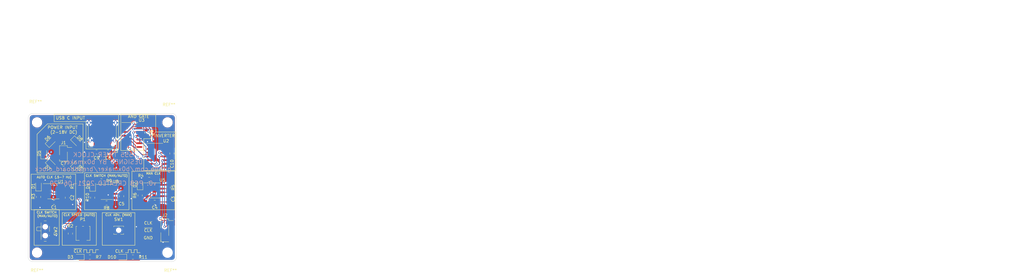
<source format=kicad_pcb>
(kicad_pcb (version 20171130) (host pcbnew "(5.1.5)-3")
  (layers (0 F.Cu signal) (31 B.Cu signal) (34 B.Paste user) (35 F.Paste user) (36 B.SilkS user) (37 F.SilkS user) (38 B.Mask user) (39 F.Mask user) (44 Edge.Cuts user))
  (net 0 "")
  (net 1 GND)
  (net 2 "Net-(C1-Pad1)")
  (net 3 "Net-(C2-Pad1)")
  (net 4 "Net-(C3-Pad1)")
  (net 5 "Net-(C4-Pad1)")
  (net 6 "Net-(C5-Pad1)")
  (net 7 VCC)
  (net 8 "Net-(D1-Pad2)")
  (net 9 "Net-(D1-Pad1)")
  (net 10 "Net-(D2-Pad2)")
  (net 11 "Net-(D2-Pad1)")
  (net 12 CLK)
  (net 13 "Net-(D3-Pad1)")
  (net 14 "Net-(D4-Pad2)")
  (net 15 "Net-(D4-Pad1)")
  (net 16 "Net-(D5-Pad2)")
  (net 17 PowerSupply+)
  (net 18 PowerSupply-)
  (net 19 ~CLK)
  (net 20 "Net-(J3-PadB8)")
  (net 21 "Net-(J3-PadB7)")
  (net 22 "Net-(J3-PadB6)")
  (net 23 "Net-(J3-PadB5)")
  (net 24 "Net-(J3-PadA8)")
  (net 25 "Net-(J3-PadA7)")
  (net 26 "Net-(J3-PadA6)")
  (net 27 "Net-(J3-PadA5)")
  (net 28 "Net-(P1-Pad3)")
  (net 29 "Net-(P1-Pad2)")
  (net 30 "Net-(R1-Pad2)")
  (net 31 "Net-(R4-Pad2)")
  (net 32 "Net-(R8-Pad2)")
  (net 33 "Net-(U2-Pad11)")
  (net 34 "Net-(U2-Pad8)")
  (net 35 "Net-(U2-Pad6)")
  (net 36 "Net-(U2-Pad5)")
  (net 37 "Net-(U2-Pad4)")
  (net 38 "Net-(U2-Pad3)")
  (net 39 "Net-(U2-Pad2)")
  (net 40 "Net-(U3-Pad8)")
  (net 41 "Net-(U8-Pad7)")
  (net 42 "Net-(D10-Pad1)")
  (module Package_SO:SOIC-8_3.9x4.9mm_P1.27mm (layer F.Cu) (at 183.5 101.25)
    (fp_text reference U1 (at 2.5 -3.25) (layer F.SilkS))
    (fp_text value ICM7555)
    (pad 8 smd roundrect (at 2.475 -1.905) (size 1.95 0.6) (layers F.Cu F.Paste F.Mask) (net 7 VCC))
    (pad 7 smd roundrect (at 2.475 -0.635) (size 1.95 0.6) (layers F.Cu F.Paste F.Mask) (net 30 "Net-(R1-Pad2)"))
    (pad 6 smd roundrect (at 2.475 0.635) (size 1.95 0.6) (layers F.Cu F.Paste F.Mask) (net 3 "Net-(C2-Pad1)"))
    (pad 5 smd roundrect (at 2.475 1.905) (size 1.95 0.6) (layers F.Cu F.Paste F.Mask) (net 2 "Net-(C1-Pad1)"))
    (pad 4 smd roundrect (at -2.475 1.905) (size 1.95 0.6) (layers F.Cu F.Paste F.Mask) (net 7 VCC))
    (pad 3 smd roundrect (at -2.475 0.635) (size 1.95 0.6) (layers F.Cu F.Paste F.Mask) (net 8 "Net-(D1-Pad2)"))
    (pad 2 smd roundrect (at -2.475 -0.635) (size 1.95 0.6) (layers F.Cu F.Paste F.Mask) (net 3 "Net-(C2-Pad1)"))
    (pad 1 smd roundrect (at -2.475 -1.905) (size 1.95 0.6) (layers F.Cu F.Paste F.Mask) (net 1 GND))
  )
  (module Package_SO:SOIC-8_3.9x4.9mm_P1.27mm (layer F.Cu) (at 201.5 101.5)
    (fp_text reference U8 (at 3 -3.5) (layer F.SilkS))
    (fp_text value ICM7555)
    (pad 8 smd roundrect (at 2.475 -1.905) (size 1.95 0.6) (layers F.Cu F.Paste F.Mask) (net 7 VCC))
    (pad 7 smd roundrect (at 2.475 -0.635) (size 1.95 0.6) (layers F.Cu F.Paste F.Mask) (net 41 "Net-(U8-Pad7)"))
    (pad 6 smd roundrect (at 2.475 0.635) (size 1.95 0.6) (layers F.Cu F.Paste F.Mask) (net 1 GND))
    (pad 5 smd roundrect (at 2.475 1.905) (size 1.95 0.6) (layers F.Cu F.Paste F.Mask) (net 6 "Net-(C5-Pad1)"))
    (pad 4 smd roundrect (at -2.475 1.905) (size 1.95 0.6) (layers F.Cu F.Paste F.Mask) (net 1 GND))
    (pad 3 smd roundrect (at -2.475 0.635) (size 1.95 0.6) (layers F.Cu F.Paste F.Mask) (net 14 "Net-(D4-Pad2)"))
    (pad 2 smd roundrect (at -2.475 -0.635) (size 1.95 0.6) (layers F.Cu F.Paste F.Mask) (net 32 "Net-(R8-Pad2)"))
    (pad 1 smd roundrect (at -2.475 -1.905) (size 1.95 0.6) (layers F.Cu F.Paste F.Mask) (net 1 GND))
  )
  (module Package_SO:SOIC-8_3.9x4.9mm_P1.27mm (layer F.Cu) (at 217.5 101)
    (fp_text reference U5 (at 2.75 -3.5) (layer F.SilkS))
    (fp_text value ICM7555)
    (pad 8 smd roundrect (at 2.475 -1.905) (size 1.95 0.6) (layers F.Cu F.Paste F.Mask) (net 7 VCC))
    (pad 7 smd roundrect (at 2.475 -0.635) (size 1.95 0.6) (layers F.Cu F.Paste F.Mask) (net 5 "Net-(C4-Pad1)"))
    (pad 6 smd roundrect (at 2.475 0.635) (size 1.95 0.6) (layers F.Cu F.Paste F.Mask) (net 5 "Net-(C4-Pad1)"))
    (pad 5 smd roundrect (at 2.475 1.905) (size 1.95 0.6) (layers F.Cu F.Paste F.Mask) (net 4 "Net-(C3-Pad1)"))
    (pad 4 smd roundrect (at -2.475 1.905) (size 1.95 0.6) (layers F.Cu F.Paste F.Mask) (net 7 VCC))
    (pad 3 smd roundrect (at -2.475 0.635) (size 1.95 0.6) (layers F.Cu F.Paste F.Mask) (net 10 "Net-(D2-Pad2)"))
    (pad 2 smd roundrect (at -2.475 -0.635) (size 1.95 0.6) (layers F.Cu F.Paste F.Mask) (net 31 "Net-(R4-Pad2)"))
    (pad 1 smd roundrect (at -2.475 -1.905) (size 1.95 0.6) (layers F.Cu F.Paste F.Mask) (net 1 GND))
  )
  (module Potentiometer_SMD:Potentiometer_Bourns_3314J_Vertical (layer F.Cu) (at 193.5 115.5)
    (fp_text reference P1 (at -0.1 -4.75) (layer F.SilkS))
    (fp_text value 1M)
    (pad 3 smd rect (at -1.15 -2) (size 1.3 2) (layers F.Cu F.Paste F.Mask) (net 28 "Net-(P1-Pad3)"))
    (pad 2 smd rect (at 0 2) (size 2 2) (layers F.Cu F.Paste F.Mask) (net 29 "Net-(P1-Pad2)"))
    (pad 1 smd rect (at 1.15 -2) (size 1.3 2) (layers F.Cu F.Paste F.Mask) (net 3 "Net-(C2-Pad1)"))
  )
  (module Button_Switch_SMD:SW_SPST_B3U-1100P-B (layer F.Cu) (at 205.525 115.25)
    (fp_text reference SW1 (at 0 -4.5) (layer F.SilkS))
    (fp_text value SW_Push)
    (pad 3 smd rect (at 0 0.82) (size 0.8 1.1) (layers F.Cu F.Paste F.Mask))
    (pad "" np_thru_hole circle (at 0 -0.82) (size 0.8 0.8) (drill 0.8) (layers *.Cu *.Mask))
    (pad 2 smd rect (at 1.7 -0.82) (size 0.9 1.7) (layers F.Cu F.Paste F.Mask) (net 31 "Net-(R4-Pad2)"))
    (pad 1 smd rect (at -1.7 -0.82) (size 0.9 1.7) (layers F.Cu F.Paste F.Mask) (net 1 GND))
  )
  (module breadboard_clock-master:github_image (layer B.Cu) (at 467.5 80)
    (fp_text reference G*** hide)
    (fp_text value LOGO hide)
  )
  (module MountingHole:MountingHole_2.5mm (layer F.Cu) (at 222 78)
    (fp_text reference REF** (at 0.5 -6) (layer F.SilkS))
    (fp_text value MountingHole_2.5mm)
    (pad 1 np_thru_hole circle (at 0 0) (size 2.5 2.5) (drill 2.5) (layers *.Cu *.Mask))
  )
  (module MountingHole:MountingHole_2.5mm (layer F.Cu) (at 222 122)
    (fp_text reference REF** (at 1 6) (layer F.SilkS))
    (fp_text value MountingHole_2.5mm)
    (pad 1 np_thru_hole circle (at 0 0) (size 2.5 2.5) (drill 2.5) (layers *.Cu *.Mask))
  )
  (module MountingHole:MountingHole_2.5mm (layer F.Cu) (at 178 122)
    (fp_text reference REF** (at 0 6) (layer F.SilkS))
    (fp_text value MountingHole_2.5mm)
    (pad 1 np_thru_hole circle (at 0 0) (size 2.5 2.5) (drill 2.5) (layers *.Cu *.Mask))
  )
  (module MountingHole:MountingHole_2.5mm (layer F.Cu) (at 178 78)
    (fp_text reference REF** (at -0.5 -7) (layer F.SilkS))
    (fp_text value MountingHole_2.5mm)
    (pad 1 np_thru_hole circle (at 0 0) (size 2.5 2.5) (drill 2.5) (layers *.Cu *.Mask))
  )
  (module Package_SO:SOIC-14_3.9x8.7mm_P1.27mm (layer F.Cu) (at 210.025 82.5)
    (fp_text reference U3 (at 3.225 -5.25) (layer F.SilkS))
    (fp_text value 74LS08-Full)
    (pad 14 smd roundrect (at 2.475 -3.81) (size 1.95 0.6) (layers F.Cu F.Paste F.Mask) (net 7 VCC))
    (pad 13 smd roundrect (at 2.475 -2.54) (size 1.95 0.6) (layers F.Cu F.Paste F.Mask) (net 35 "Net-(U2-Pad6)"))
    (pad 12 smd roundrect (at 2.475 -1.27) (size 1.95 0.6) (layers F.Cu F.Paste F.Mask) (net 37 "Net-(U2-Pad4)"))
    (pad 11 smd roundrect (at 2.475 0) (size 1.95 0.6) (layers F.Cu F.Paste F.Mask) (net 33 "Net-(U2-Pad11)"))
    (pad 10 smd roundrect (at 2.475 1.27) (size 1.95 0.6) (layers F.Cu F.Paste F.Mask) (net 1 GND))
    (pad 9 smd roundrect (at 2.475 2.54) (size 1.95 0.6) (layers F.Cu F.Paste F.Mask) (net 1 GND))
    (pad 8 smd roundrect (at 2.475 3.81) (size 1.95 0.6) (layers F.Cu F.Paste F.Mask) (net 40 "Net-(U3-Pad8)"))
    (pad 7 smd roundrect (at -2.475 3.81) (size 1.95 0.6) (layers F.Cu F.Paste F.Mask) (net 1 GND))
    (pad 6 smd roundrect (at -2.475 2.54) (size 1.95 0.6) (layers F.Cu F.Paste F.Mask) (net 36 "Net-(U2-Pad5)"))
    (pad 5 smd roundrect (at -2.475 1.27) (size 1.95 0.6) (layers F.Cu F.Paste F.Mask) (net 10 "Net-(D2-Pad2)"))
    (pad 4 smd roundrect (at -2.475 0) (size 1.95 0.6) (layers F.Cu F.Paste F.Mask) (net 39 "Net-(U2-Pad2)"))
    (pad 3 smd roundrect (at -2.475 -1.27) (size 1.95 0.6) (layers F.Cu F.Paste F.Mask) (net 38 "Net-(U2-Pad3)"))
    (pad 2 smd roundrect (at -2.475 -2.54) (size 1.95 0.6) (layers F.Cu F.Paste F.Mask) (net 14 "Net-(D4-Pad2)"))
    (pad 1 smd roundrect (at -2.475 -3.81) (size 1.95 0.6) (layers F.Cu F.Paste F.Mask) (net 8 "Net-(D1-Pad2)"))
  )
  (module Capacitor_SMD:C_0805_2012Metric (layer F.Cu) (at 183.6875 105 180)
    (fp_text reference C1 (at 0 -1.65) (layer F.SilkS))
    (fp_text value 0.01uF)
    (pad 2 smd roundrect (at 0.9375 0 180) (size 0.975 1.4) (layers F.Cu F.Paste F.Mask) (net 1 GND))
    (pad 1 smd roundrect (at -0.9375 0 180) (size 0.975 1.4) (layers F.Cu F.Paste F.Mask) (net 2 "Net-(C1-Pad1)"))
  )
  (module Resistor_SMD:R_0805_2012Metric (layer F.Cu) (at 210.3125 123.5)
    (fp_text reference R11 (at 3.4375 0) (layer F.SilkS))
    (fp_text value 220)
    (pad 2 smd roundrect (at 0.9375 0) (size 0.975 1.4) (layers F.Cu F.Paste F.Mask) (net 1 GND))
    (pad 1 smd roundrect (at -0.9375 0) (size 0.975 1.4) (layers F.Cu F.Paste F.Mask) (net 42 "Net-(D10-Pad1)"))
  )
  (module LED_SMD:LED_0805_2012Metric (layer F.Cu) (at 206.5625 123.5 180)
    (fp_text reference D10 (at 3.3125 0) (layer F.SilkS))
    (fp_text value LED)
    (pad 2 smd roundrect (at 0.9375 0 180) (size 0.975 1.4) (layers F.Cu F.Paste F.Mask) (net 19 ~CLK))
    (pad 1 smd roundrect (at -0.9375 0 180) (size 0.975 1.4) (layers F.Cu F.Paste F.Mask) (net 42 "Net-(D10-Pad1)"))
  )
  (module Package_SO:SOIC-14_3.9x8.7mm_P1.27mm (layer F.Cu) (at 218.475 89.5)
    (fp_text reference U2 (at 3.025 -5.25) (layer F.SilkS))
    (fp_text value 74LS04-Full)
    (pad 14 smd roundrect (at 2.475 -3.81) (size 1.95 0.6) (layers F.Cu F.Paste F.Mask) (net 7 VCC))
    (pad 13 smd roundrect (at 2.475 -2.54) (size 1.95 0.6) (layers F.Cu F.Paste F.Mask) (net 12 CLK))
    (pad 12 smd roundrect (at 2.475 -1.27) (size 1.95 0.6) (layers F.Cu F.Paste F.Mask) (net 19 ~CLK))
    (pad 11 smd roundrect (at 2.475 0) (size 1.95 0.6) (layers F.Cu F.Paste F.Mask) (net 33 "Net-(U2-Pad11)"))
    (pad 10 smd roundrect (at 2.475 1.27) (size 1.95 0.6) (layers F.Cu F.Paste F.Mask) (net 12 CLK))
    (pad 9 smd roundrect (at 2.475 2.54) (size 1.95 0.6) (layers F.Cu F.Paste F.Mask) (net 1 GND))
    (pad 8 smd roundrect (at 2.475 3.81) (size 1.95 0.6) (layers F.Cu F.Paste F.Mask) (net 34 "Net-(U2-Pad8)"))
    (pad 7 smd roundrect (at -2.475 3.81) (size 1.95 0.6) (layers F.Cu F.Paste F.Mask) (net 1 GND))
    (pad 6 smd roundrect (at -2.475 2.54) (size 1.95 0.6) (layers F.Cu F.Paste F.Mask) (net 35 "Net-(U2-Pad6)"))
    (pad 5 smd roundrect (at -2.475 1.27) (size 1.95 0.6) (layers F.Cu F.Paste F.Mask) (net 36 "Net-(U2-Pad5)"))
    (pad 4 smd roundrect (at -2.475 0) (size 1.95 0.6) (layers F.Cu F.Paste F.Mask) (net 37 "Net-(U2-Pad4)"))
    (pad 3 smd roundrect (at -2.475 -1.27) (size 1.95 0.6) (layers F.Cu F.Paste F.Mask) (net 38 "Net-(U2-Pad3)"))
    (pad 2 smd roundrect (at -2.475 -2.54) (size 1.95 0.6) (layers F.Cu F.Paste F.Mask) (net 39 "Net-(U2-Pad2)"))
    (pad 1 smd roundrect (at -2.475 -3.81) (size 1.95 0.6) (layers F.Cu F.Paste F.Mask) (net 14 "Net-(D4-Pad2)"))
  )
  (module Button_Switch_SMD:SW_SPDT_PCM12 (layer F.Cu) (at 181.07 114.75 270)
    (fp_text reference SW2 (at 0 -3.2 90) (layer F.SilkS))
    (fp_text value SW_SPDT)
    (pad "" np_thru_hole circle (at -1.5 0.33 270) (size 0.9 0.9) (drill 0.9) (layers *.Cu *.Mask))
    (pad "" np_thru_hole circle (at 1.5 0.33 270) (size 0.9 0.9) (drill 0.9) (layers *.Cu *.Mask))
    (pad 1 smd rect (at -2.25 -1.43 270) (size 0.7 1.5) (layers F.Cu F.Paste F.Mask) (net 32 "Net-(R8-Pad2)"))
    (pad 2 smd rect (at 0.75 -1.43 270) (size 0.7 1.5) (layers F.Cu F.Paste F.Mask) (net 1 GND))
    (pad 3 smd rect (at 2.25 -1.43 270) (size 0.7 1.5) (layers F.Cu F.Paste F.Mask) (net 1 GND))
    (pad "" smd rect (at -3.65 1.43 270) (size 1 0.8) (layers F.Cu F.Paste F.Mask))
    (pad "" smd rect (at 3.65 1.43 270) (size 1 0.8) (layers F.Cu F.Paste F.Mask))
    (pad "" smd rect (at 3.65 -0.78 270) (size 1 0.8) (layers F.Cu F.Paste F.Mask))
    (pad "" smd rect (at -3.65 -0.78 270) (size 1 0.8) (layers F.Cu F.Paste F.Mask))
  )
  (module Resistor_SMD:R_0805_2012Metric (layer F.Cu) (at 196.75 103.4375 270)
    (fp_text reference R10 (at -0.1875 1.75 90) (layer F.SilkS))
    (fp_text value 220)
    (pad 2 smd roundrect (at 0.9375 0 270) (size 0.975 1.4) (layers F.Cu F.Paste F.Mask) (net 1 GND))
    (pad 1 smd roundrect (at -0.9375 0 270) (size 0.975 1.4) (layers F.Cu F.Paste F.Mask) (net 15 "Net-(D4-Pad1)"))
  )
  (module Resistor_SMD:R_0805_2012Metric (layer F.Cu) (at 199.6875 97.75 180)
    (fp_text reference R9 (at -2.5625 0) (layer F.SilkS))
    (fp_text value 1K)
    (pad 2 smd roundrect (at 0.9375 0 180) (size 0.975 1.4) (layers F.Cu F.Paste F.Mask) (net 1 GND))
    (pad 1 smd roundrect (at -0.9375 0 180) (size 0.975 1.4) (layers F.Cu F.Paste F.Mask) (net 7 VCC))
  )
  (module Resistor_SMD:R_0805_2012Metric (layer F.Cu) (at 201.4375 105.25 180)
    (fp_text reference R8 (at 0 -1.65) (layer F.SilkS))
    (fp_text value 1K)
    (pad 2 smd roundrect (at 0.9375 0 180) (size 0.975 1.4) (layers F.Cu F.Paste F.Mask) (net 32 "Net-(R8-Pad2)"))
    (pad 1 smd roundrect (at -0.9375 0 180) (size 0.975 1.4) (layers F.Cu F.Paste F.Mask) (net 7 VCC))
  )
  (module Resistor_SMD:R_0805_2012Metric (layer F.Cu) (at 195.8125 123.5)
    (fp_text reference R7 (at 2.9375 0) (layer F.SilkS))
    (fp_text value 220)
    (pad 2 smd roundrect (at 0.9375 0) (size 0.975 1.4) (layers F.Cu F.Paste F.Mask) (net 1 GND))
    (pad 1 smd roundrect (at -0.9375 0) (size 0.975 1.4) (layers F.Cu F.Paste F.Mask) (net 13 "Net-(D3-Pad1)"))
  )
  (module Resistor_SMD:R_0805_2012Metric (layer F.Cu) (at 212.75 102.6875 270)
    (fp_text reference R6 (at 0 1.75 90) (layer F.SilkS))
    (fp_text value 220)
    (pad 2 smd roundrect (at 0.9375 0 270) (size 0.975 1.4) (layers F.Cu F.Paste F.Mask) (net 1 GND))
    (pad 1 smd roundrect (at -0.9375 0 270) (size 0.975 1.4) (layers F.Cu F.Paste F.Mask) (net 11 "Net-(D2-Pad1)"))
  )
  (module Resistor_SMD:R_0805_2012Metric (layer F.Cu) (at 222.25 100 270)
    (fp_text reference R5 (at 0 -1.65 90) (layer F.SilkS))
    (fp_text value 1M)
    (pad 2 smd roundrect (at 0.9375 0 270) (size 0.975 1.4) (layers F.Cu F.Paste F.Mask) (net 5 "Net-(C4-Pad1)"))
    (pad 1 smd roundrect (at -0.9375 0 270) (size 0.975 1.4) (layers F.Cu F.Paste F.Mask) (net 7 VCC))
  )
  (module Resistor_SMD:R_0805_2012Metric (layer F.Cu) (at 215.8125 97.25 180)
    (fp_text reference R4 (at 2.8125 1.25) (layer F.SilkS))
    (fp_text value 1K)
    (pad 2 smd roundrect (at 0.9375 0 180) (size 0.975 1.4) (layers F.Cu F.Paste F.Mask) (net 31 "Net-(R4-Pad2)"))
    (pad 1 smd roundrect (at -0.9375 0 180) (size 0.975 1.4) (layers F.Cu F.Paste F.Mask) (net 7 VCC))
  )
  (module Resistor_SMD:R_0805_2012Metric (layer F.Cu) (at 178.5 103.1875 270)
    (fp_text reference R3 (at -0.1875 1.75 90) (layer F.SilkS))
    (fp_text value 220)
    (pad 2 smd roundrect (at 0.9375 0 270) (size 0.975 1.4) (layers F.Cu F.Paste F.Mask) (net 1 GND))
    (pad 1 smd roundrect (at -0.9375 0 270) (size 0.975 1.4) (layers F.Cu F.Paste F.Mask) (net 9 "Net-(D1-Pad1)"))
  )
  (module Resistor_SMD:R_0805_2012Metric (layer F.Cu) (at 189.25 115.5625 270)
    (fp_text reference R2 (at -2.5625 0 180) (layer F.SilkS))
    (fp_text value 1K)
    (pad 2 smd roundrect (at 0.9375 0 270) (size 0.975 1.4) (layers F.Cu F.Paste F.Mask) (net 29 "Net-(P1-Pad2)"))
    (pad 1 smd roundrect (at -0.9375 0 270) (size 0.975 1.4) (layers F.Cu F.Paste F.Mask) (net 30 "Net-(R1-Pad2)"))
  )
  (module Resistor_SMD:R_0805_2012Metric (layer F.Cu) (at 188.25 99.5625 270)
    (fp_text reference R1 (at 0 -1.65 90) (layer F.SilkS))
    (fp_text value 1K)
    (pad 2 smd roundrect (at 0.9375 0 270) (size 0.975 1.4) (layers F.Cu F.Paste F.Mask) (net 30 "Net-(R1-Pad2)"))
    (pad 1 smd roundrect (at -0.9375 0 270) (size 0.975 1.4) (layers F.Cu F.Paste F.Mask) (net 7 VCC))
  )
  (module Connector_USB:USB_C_Receptacle_Amphenol_12401610E4-2A (layer F.Cu) (at 200 80.93 180)
    (fp_text reference J3 (at -4.5 -6.82) (layer F.SilkS))
    (fp_text value USB_C_Receptacle_USB2.0)
    (pad S1 thru_hole oval (at -4.13 -3.11 180) (size 0.8 1.4) (drill oval 0.5 1.1) (layers *.Cu *.Mask) (net 1 GND))
    (pad A1 smd rect (at -2.75 -5.02 180) (size 0.3 0.7) (layers F.Cu F.Paste F.Mask) (net 1 GND))
    (pad A2 smd rect (at -2.25 -5.02 180) (size 0.3 0.7) (layers F.Cu F.Paste F.Mask))
    (pad A3 smd rect (at -1.75 -5.02 180) (size 0.3 0.7) (layers F.Cu F.Paste F.Mask))
    (pad A4 smd rect (at -1.25 -5.02 180) (size 0.3 0.7) (layers F.Cu F.Paste F.Mask) (net 16 "Net-(D5-Pad2)"))
    (pad A5 smd rect (at -0.75 -5.02 180) (size 0.3 0.7) (layers F.Cu F.Paste F.Mask) (net 27 "Net-(J3-PadA5)"))
    (pad A6 smd rect (at -0.25 -5.02 180) (size 0.3 0.7) (layers F.Cu F.Paste F.Mask) (net 26 "Net-(J3-PadA6)"))
    (pad A7 smd rect (at 0.25 -5.02 180) (size 0.3 0.7) (layers F.Cu F.Paste F.Mask) (net 25 "Net-(J3-PadA7)"))
    (pad A12 smd rect (at 2.75 -5.02 180) (size 0.3 0.7) (layers F.Cu F.Paste F.Mask) (net 1 GND))
    (pad A10 smd rect (at 1.75 -5.02 180) (size 0.3 0.7) (layers F.Cu F.Paste F.Mask))
    (pad A9 smd rect (at 1.25 -5.02 180) (size 0.3 0.7) (layers F.Cu F.Paste F.Mask) (net 16 "Net-(D5-Pad2)"))
    (pad A8 smd rect (at 0.75 -5.02 180) (size 0.3 0.7) (layers F.Cu F.Paste F.Mask) (net 24 "Net-(J3-PadA8)"))
    (pad A11 smd rect (at 2.25 -5.02 180) (size 0.3 0.7) (layers F.Cu F.Paste F.Mask))
    (pad B1 smd rect (at 2.5 -3.32 180) (size 0.3 0.7) (layers F.Cu F.Paste F.Mask) (net 1 GND))
    (pad S1 thru_hole oval (at 4.13 -3.11 180) (size 0.8 1.4) (drill oval 0.5 1.1) (layers *.Cu *.Mask) (net 1 GND))
    (pad S1 thru_hole oval (at 4.49 2.84 180) (size 0.8 1.4) (drill oval 0.5 1.1) (layers *.Cu *.Mask) (net 1 GND))
    (pad S1 thru_hole oval (at -4.49 2.84 180) (size 0.8 1.4) (drill oval 0.5 1.1) (layers *.Cu *.Mask) (net 1 GND))
    (pad "" np_thru_hole oval (at 3.6 -4.36 180) (size 0.95 0.65) (drill oval 0.95 0.65) (layers *.Cu *.Mask))
    (pad "" np_thru_hole circle (at -3.6 -4.36 180) (size 0.65 0.65) (drill 0.65) (layers *.Cu *.Mask))
    (pad B2 smd rect (at 2 -3.32 180) (size 0.3 0.7) (layers F.Cu F.Paste F.Mask))
    (pad B3 smd rect (at 1.5 -3.32 180) (size 0.3 0.7) (layers F.Cu F.Paste F.Mask))
    (pad B4 smd rect (at 1 -3.32 180) (size 0.3 0.7) (layers F.Cu F.Paste F.Mask) (net 16 "Net-(D5-Pad2)"))
    (pad B5 smd rect (at 0.5 -3.32 180) (size 0.3 0.7) (layers F.Cu F.Paste F.Mask) (net 23 "Net-(J3-PadB5)"))
    (pad B6 smd rect (at 0 -3.32 180) (size 0.3 0.7) (layers F.Cu F.Paste F.Mask) (net 22 "Net-(J3-PadB6)"))
    (pad B7 smd rect (at -0.5 -3.32 180) (size 0.3 0.7) (layers F.Cu F.Paste F.Mask) (net 21 "Net-(J3-PadB7)"))
    (pad B8 smd rect (at -1 -3.32 180) (size 0.3 0.7) (layers F.Cu F.Paste F.Mask) (net 20 "Net-(J3-PadB8)"))
    (pad B9 smd rect (at -1.5 -3.32 180) (size 0.3 0.7) (layers F.Cu F.Paste F.Mask) (net 16 "Net-(D5-Pad2)"))
    (pad B10 smd rect (at -2 -3.32 180) (size 0.3 0.7) (layers F.Cu F.Paste F.Mask))
    (pad B11 smd rect (at -2.5 -3.32 180) (size 0.3 0.7) (layers F.Cu F.Paste F.Mask))
    (pad B12 smd rect (at -3 -3.32 180) (size 0.3 0.7) (layers F.Cu F.Paste F.Mask) (net 1 GND))
  )
  (module Connector_PinHeader_2.54mm:PinHeader_1x03_P2.54mm_Vertical_SMD_Pin1Right (layer F.Cu) (at 221.095 114.46)
    (fp_text reference J2 (at 0.005 -5.06) (layer F.SilkS))
    (fp_text value Conn_01x03_Male)
    (pad 3 smd rect (at 1.655 2.54) (size 2.51 1) (layers F.Cu F.Paste F.Mask) (net 1 GND))
    (pad 1 smd rect (at 1.655 -2.54) (size 2.51 1) (layers F.Cu F.Paste F.Mask) (net 19 ~CLK))
    (pad 2 smd rect (at -1.655 0) (size 2.51 1) (layers F.Cu F.Paste F.Mask) (net 12 CLK))
  )
  (module Connector_PinHeader_2.54mm:PinHeader_1x02_P2.54mm_Vertical_SMD_Pin1Right (layer F.Cu) (at 186.905 88.48)
    (fp_text reference J1 (at 0 -3.6) (layer F.SilkS))
    (fp_text value Conn_01x02_Male)
    (pad 1 smd rect (at 1.655 -1.27) (size 2.51 1) (layers F.Cu F.Paste F.Mask) (net 18 PowerSupply-))
    (pad 2 smd rect (at -1.655 1.27) (size 2.51 1) (layers F.Cu F.Paste F.Mask) (net 17 PowerSupply+))
  )
  (module Diode_SMD:D_0805_2012Metric_Pad1.15x1.40mm_HandSolder (layer F.Cu) (at 191.224784 92.275216 45)
    (fp_text reference D9 (at 0.035661 1.767767 45) (layer F.SilkS))
    (fp_text value D_Schottky)
    (pad 2 smd roundrect (at 1.025 0 45) (size 1.15 1.4) (layers F.Cu F.Paste F.Mask) (roundrect_rratio 0.217391) (net 1 GND))
    (pad 1 smd roundrect (at -1.025 0 45) (size 1.15 1.4) (layers F.Cu F.Paste F.Mask) (roundrect_rratio 0.217391) (net 18 PowerSupply-))
  )
  (module Diode_SMD:D_0805_2012Metric_Pad1.15x1.40mm_HandSolder (layer F.Cu) (at 191.275216 84.525216 315)
    (fp_text reference D8 (at 0 -1.65 135) (layer F.SilkS))
    (fp_text value D_Schottky)
    (pad 2 smd roundrect (at 1.025 0 315) (size 1.15 1.4) (layers F.Cu F.Paste F.Mask) (roundrect_rratio 0.217391) (net 1 GND))
    (pad 1 smd roundrect (at -1.025 0 315) (size 1.15 1.4) (layers F.Cu F.Paste F.Mask) (roundrect_rratio 0.217391) (net 17 PowerSupply+))
  )
  (module Diode_SMD:D_0805_2012Metric_Pad1.15x1.40mm_HandSolder (layer F.Cu) (at 182.775216 92.275216 315)
    (fp_text reference D7 (at -0.035661 1.767767 135) (layer F.SilkS))
    (fp_text value D_Schottky)
    (pad 2 smd roundrect (at 1.025 0 315) (size 1.15 1.4) (layers F.Cu F.Paste F.Mask) (roundrect_rratio 0.217391) (net 18 PowerSupply-))
    (pad 1 smd roundrect (at -1.025 0 315) (size 1.15 1.4) (layers F.Cu F.Paste F.Mask) (roundrect_rratio 0.217391) (net 7 VCC))
  )
  (module Diode_SMD:D_0805_2012Metric_Pad1.15x1.40mm_HandSolder (layer F.Cu) (at 182.724784 84.525216 45)
    (fp_text reference D6 (at 0 -1.65 45) (layer F.SilkS))
    (fp_text value D_Schottky)
    (pad 2 smd roundrect (at 1.025 0 45) (size 1.15 1.4) (layers F.Cu F.Paste F.Mask) (roundrect_rratio 0.217391) (net 17 PowerSupply+))
    (pad 1 smd roundrect (at -1.025 0 45) (size 1.15 1.4) (layers F.Cu F.Paste F.Mask) (roundrect_rratio 0.217391) (net 7 VCC))
  )
  (module Diode_SMD:D_0805_2012Metric_Pad1.15x1.40mm_HandSolder (layer F.Cu) (at 180.25 88.475 90)
    (fp_text reference D5 (at 0 -1.65 90) (layer F.SilkS))
    (fp_text value D_Schottky)
    (pad 2 smd roundrect (at 1.025 0 90) (size 1.15 1.4) (layers F.Cu F.Paste F.Mask) (roundrect_rratio 0.217391) (net 16 "Net-(D5-Pad2)"))
    (pad 1 smd roundrect (at -1.025 0 90) (size 1.15 1.4) (layers F.Cu F.Paste F.Mask) (roundrect_rratio 0.217391) (net 7 VCC))
  )
  (module LED_SMD:LED_0805_2012Metric (layer F.Cu) (at 196.75 99.5625 90)
    (fp_text reference D4 (at 0 -1.65 90) (layer F.SilkS))
    (fp_text value LED)
    (pad 2 smd roundrect (at 0.9375 0 90) (size 0.975 1.4) (layers F.Cu F.Paste F.Mask) (net 14 "Net-(D4-Pad2)"))
    (pad 1 smd roundrect (at -0.9375 0 90) (size 0.975 1.4) (layers F.Cu F.Paste F.Mask) (net 15 "Net-(D4-Pad1)"))
  )
  (module LED_SMD:LED_0805_2012Metric (layer F.Cu) (at 192.1875 123.5 180)
    (fp_text reference D3 (at 2.9375 0) (layer F.SilkS))
    (fp_text value LED)
    (pad 2 smd roundrect (at 0.9375 0 180) (size 0.975 1.4) (layers F.Cu F.Paste F.Mask) (net 12 CLK))
    (pad 1 smd roundrect (at -0.9375 0 180) (size 0.975 1.4) (layers F.Cu F.Paste F.Mask) (net 13 "Net-(D3-Pad1)"))
  )
  (module LED_SMD:LED_0805_2012Metric (layer F.Cu) (at 212.75 99.0625 90)
    (fp_text reference D2 (at 0 -1.75 90) (layer F.SilkS))
    (fp_text value LED)
    (pad 2 smd roundrect (at 0.9375 0 90) (size 0.975 1.4) (layers F.Cu F.Paste F.Mask) (net 10 "Net-(D2-Pad2)"))
    (pad 1 smd roundrect (at -0.9375 0 90) (size 0.975 1.4) (layers F.Cu F.Paste F.Mask) (net 11 "Net-(D2-Pad1)"))
  )
  (module LED_SMD:LED_0805_2012Metric (layer F.Cu) (at 178.5 99.5 90)
    (fp_text reference D1 (at 0 -1.75 90) (layer F.SilkS))
    (fp_text value LED)
    (pad 2 smd roundrect (at 0.9375 0 90) (size 0.975 1.4) (layers F.Cu F.Paste F.Mask) (net 8 "Net-(D1-Pad2)"))
    (pad 1 smd roundrect (at -0.9375 0 90) (size 0.975 1.4) (layers F.Cu F.Paste F.Mask) (net 9 "Net-(D1-Pad1)"))
  )
  (module Capacitor_SMD:C_0805_2012Metric (layer F.Cu) (at 223.5 88.5 270)
    (fp_text reference C10 (at 3.5 0 90) (layer F.SilkS))
    (fp_text value 0.1uF)
    (pad 2 smd roundrect (at 0.9375 0 270) (size 0.975 1.4) (layers F.Cu F.Paste F.Mask) (net 1 GND))
    (pad 1 smd roundrect (at -0.9375 0 270) (size 0.975 1.4) (layers F.Cu F.Paste F.Mask) (net 7 VCC))
  )
  (module Capacitor_SMD:C_0805_2012Metric (layer F.Cu) (at 198.0625 88)
    (fp_text reference C9 (at 0 2) (layer F.SilkS))
    (fp_text value 0.1uF)
    (pad 2 smd roundrect (at 0.9375 0) (size 0.975 1.4) (layers F.Cu F.Paste F.Mask) (net 1 GND))
    (pad 1 smd roundrect (at -0.9375 0) (size 0.975 1.4) (layers F.Cu F.Paste F.Mask) (net 7 VCC))
  )
  (module Capacitor_SMD:C_0805_2012Metric (layer F.Cu) (at 201.9375 88)
    (fp_text reference C8 (at 0 2) (layer F.SilkS))
    (fp_text value 0.1uF)
    (pad 2 smd roundrect (at 0.9375 0) (size 0.975 1.4) (layers F.Cu F.Paste F.Mask) (net 7 VCC))
    (pad 1 smd roundrect (at -0.9375 0) (size 0.975 1.4) (layers F.Cu F.Paste F.Mask) (net 1 GND))
  )
  (module Capacitor_SMD:C_0805_2012Metric (layer F.Cu) (at 186.9375 93.5)
    (fp_text reference C7 (at 0 -1.65) (layer F.SilkS))
    (fp_text value 1uF)
    (pad 2 smd roundrect (at 0.9375 0) (size 0.975 1.4) (layers F.Cu F.Paste F.Mask) (net 1 GND))
    (pad 1 smd roundrect (at -0.9375 0) (size 0.975 1.4) (layers F.Cu F.Paste F.Mask) (net 7 VCC))
  )
  (module Capacitor_SMD:C_0805_2012Metric (layer F.Cu) (at 215 81.5 270)
    (fp_text reference C6 (at 0 -1.65 90) (layer F.SilkS))
    (fp_text value 0.1uF)
    (pad 2 smd roundrect (at 0.9375 0 270) (size 0.975 1.4) (layers F.Cu F.Paste F.Mask) (net 1 GND))
    (pad 1 smd roundrect (at -0.9375 0 270) (size 0.975 1.4) (layers F.Cu F.Paste F.Mask) (net 7 VCC))
  )
  (module Capacitor_SMD:C_0805_2012Metric (layer F.Cu) (at 206.5 102.9375 90)
    (fp_text reference C5 (at -2.5625 0 180) (layer F.SilkS))
    (fp_text value 0.01uF)
    (pad 2 smd roundrect (at 0.9375 0 90) (size 0.975 1.4) (layers F.Cu F.Paste F.Mask) (net 1 GND))
    (pad 1 smd roundrect (at -0.9375 0 90) (size 0.975 1.4) (layers F.Cu F.Paste F.Mask) (net 6 "Net-(C5-Pad1)"))
  )
  (module Capacitor_SMD:C_0805_2012Metric (layer F.Cu) (at 217.6875 105)
    (fp_text reference C4 (at 0 1.75) (layer F.SilkS))
    (fp_text value 0.1uF)
    (pad 2 smd roundrect (at 0.9375 0) (size 0.975 1.4) (layers F.Cu F.Paste F.Mask) (net 1 GND))
    (pad 1 smd roundrect (at -0.9375 0) (size 0.975 1.4) (layers F.Cu F.Paste F.Mask) (net 5 "Net-(C4-Pad1)"))
  )
  (module Capacitor_SMD:C_0805_2012Metric (layer F.Cu) (at 222.25 103.9375 270)
    (fp_text reference C3 (at 0 -1.65 90) (layer F.SilkS))
    (fp_text value 0.01uF)
    (pad 2 smd roundrect (at 0.9375 0 270) (size 0.975 1.4) (layers F.Cu F.Paste F.Mask) (net 1 GND))
    (pad 1 smd roundrect (at -0.9375 0 270) (size 0.975 1.4) (layers F.Cu F.Paste F.Mask) (net 4 "Net-(C3-Pad1)"))
  )
  (module Capacitor_SMD:C_0805_2012Metric (layer F.Cu) (at 188.25 103.4375 270)
    (fp_text reference C2 (at 0 -1.65 90) (layer F.SilkS))
    (fp_text value 1uF)
    (pad 2 smd roundrect (at 0.9375 0 270) (size 0.975 1.4) (layers F.Cu F.Paste F.Mask) (net 1 GND))
    (pad 1 smd roundrect (at -0.9375 0 270) (size 0.975 1.4) (layers F.Cu F.Paste F.Mask) (net 3 "Net-(C2-Pad1)"))
  )
  (gr_text "555 TIMER CLOCK\nDESIGNED BY b0xmaker\ngithub.com/b0xmaker/breadboard_clock\n\nv0: PCB CREATED 2021-06-20" (at 200.25 93.75) (layer B.SilkS) (effects (font (size 1.5 1.5)) (justify mirror)))
  (gr_line (start 205.5 75.25) (end 183.75 75.25) (layer F.SilkS) (width 0.15))
  (gr_line (start 205.5 87) (end 205.5 75.25) (layer F.SilkS) (width 0.15))
  (gr_line (start 194.5 87) (end 205.5 87) (layer F.SilkS) (width 0.15))
  (gr_line (start 194.5 77.75) (end 194.5 87) (layer F.SilkS) (width 0.15))
  (gr_line (start 183.75 77.75) (end 194.5 77.75) (layer F.SilkS) (width 0.15))
  (gr_line (start 183.75 75.25) (end 183.75 77.75) (layer F.SilkS) (width 0.15))
  (gr_text "USB C INPUT" (at 189.25 76.5) (layer F.SilkS) (effects (font (size 1 1))))
  (gr_line (start 224.75 81.25) (end 218 81.25) (layer F.SilkS) (width 0.15))
  (gr_line (start 224.75 94.25) (end 224.75 81.25) (layer F.SilkS) (width 0.15))
  (gr_line (start 214 94.25) (end 224.75 94.25) (layer F.SilkS) (width 0.15))
  (gr_line (start 214 87.5) (end 214 94.25) (layer F.SilkS) (width 0.15))
  (gr_line (start 218 75.25) (end 206.25 75.25) (layer F.SilkS) (width 0.15))
  (gr_line (start 218 81.25) (end 218 75.25) (layer F.SilkS) (width 0.15))
  (gr_line (start 216.25 83.5) (end 218 81.25) (layer F.SilkS) (width 0.15))
  (gr_line (start 214 83.5) (end 216.25 83.5) (layer F.SilkS) (width 0.15))
  (gr_line (start 214 87.5) (end 214 83.5) (layer F.SilkS) (width 0.15))
  (gr_line (start 206.25 87.5) (end 214 87.5) (layer F.SilkS) (width 0.15))
  (gr_line (start 206.25 75.25) (end 206.25 87.5) (layer F.SilkS) (width 0.15))
  (gr_text INVERTER (at 221 82.5) (layer F.SilkS) (effects (font (size 1 1))))
  (gr_text "AND GATE" (at 212.25 76) (layer F.SilkS) (effects (font (size 1 1))))
  (gr_line (start 178 82) (end 178 95) (layer F.SilkS) (width 0.15))
  (gr_line (start 181.5 78.5) (end 178 82) (layer F.SilkS) (width 0.15))
  (gr_line (start 193.5 78.5) (end 181.5 78.5) (layer F.SilkS) (width 0.15))
  (gr_line (start 193.5 95) (end 193.5 78.5) (layer F.SilkS) (width 0.15))
  (gr_line (start 178 95) (end 193.5 95) (layer F.SilkS) (width 0.15))
  (gr_text "POWER INPUT \n(2-18V DC)" (at 187 80.5) (layer F.SilkS) (effects (font (size 1 1))))
  (gr_line (start 185.5 107.5) (end 177 107.5) (layer F.SilkS) (width 0.15))
  (gr_line (start 185.5 119.5) (end 185.5 107.5) (layer F.SilkS) (width 0.15))
  (gr_line (start 177 119.5) (end 185.5 119.5) (layer F.SilkS) (width 0.15))
  (gr_line (start 177 107.5) (end 177 119.5) (layer F.SilkS) (width 0.15))
  (gr_line (start 211 108.5) (end 200 108.5) (layer F.SilkS) (width 0.15))
  (gr_line (start 211 119.5) (end 211 108.5) (layer F.SilkS) (width 0.15))
  (gr_line (start 200 119.5) (end 211 119.5) (layer F.SilkS) (width 0.15))
  (gr_line (start 200 108.5) (end 200 119.5) (layer F.SilkS) (width 0.15))
  (gr_line (start 198 108.5) (end 186.5 108.5) (layer F.SilkS) (width 0.15))
  (gr_line (start 198 119.5) (end 198 108.5) (layer F.SilkS) (width 0.15))
  (gr_line (start 186.5 119.5) (end 198 119.5) (layer F.SilkS) (width 0.15))
  (gr_line (start 186.5 108.5) (end 186.5 119.5) (layer F.SilkS) (width 0.15))
  (gr_line (start 224.5 94.5) (end 210 94.5) (layer F.SilkS) (width 0.15))
  (gr_line (start 224.5 107.5) (end 224.5 94.5) (layer F.SilkS) (width 0.15))
  (gr_line (start 210 107.5) (end 224.5 107.5) (layer F.SilkS) (width 0.15))
  (gr_line (start 210 94.5) (end 210 107.5) (layer F.SilkS) (width 0.15))
  (gr_line (start 209 95) (end 194 95) (layer F.SilkS) (width 0.15))
  (gr_line (start 209 107.5) (end 209 95) (layer F.SilkS) (width 0.15))
  (gr_line (start 194 107.5) (end 209 107.5) (layer F.SilkS) (width 0.15))
  (gr_line (start 194 95) (end 194 107.5) (layer F.SilkS) (width 0.15))
  (gr_line (start 191 95.5) (end 176 95.5) (layer F.SilkS) (width 0.15))
  (gr_line (start 191 107.5) (end 191 95.5) (layer F.SilkS) (width 0.15))
  (gr_line (start 176 107.5) (end 191 107.5) (layer F.SilkS) (width 0.15))
  (gr_line (start 176 95.5) (end 176 107.5) (layer F.SilkS) (width 0.15))
  (gr_text "CLK SWITCH (MAN/AUTO)" (at 201.5 96) (layer F.SilkS) (effects (font (size 0.75 0.75))))
  (gr_text "MAN CLK" (at 217.25 95.25) (layer F.SilkS) (effects (font (size 0.75 0.75))))
  (gr_text "AUTO CLK (.5-7 Hz)" (at 183.75 96.5) (layer F.SilkS) (effects (font (size 0.75 0.75))))
  (gr_text "CLK SWITCH \n(MAN/AUTO)" (at 181.5 109) (layer F.SilkS) (effects (font (size 0.75 0.75))))
  (gr_text "CLK ADV. (MAN)" (at 205.5 109.25) (layer F.SilkS) (effects (font (size 0.75 0.75))))
  (gr_text ~CLK (at 215.5 114.5) (layer F.SilkS) (effects (font (size 1 1))))
  (gr_text CLK (at 215.5 112) (layer F.SilkS) (effects (font (size 1 1))))
  (gr_text "CLK SPEED (AUTO)" (at 192.25 109.25) (layer F.SilkS) (effects (font (size 0.75 0.75))))
  (gr_arc (start 176.5 76.5) (end 176.5 75) (angle -90) (layer Edge.Cuts) (width 0.1))
  (gr_arc (start 176.5 123.5) (end 175 123.5) (angle -90) (layer Edge.Cuts) (width 0.1))
  (gr_arc (start 223.5 123.5) (end 223.5 125) (angle -90) (layer Edge.Cuts) (width 0.1))
  (gr_arc (start 223.5 76.5) (end 225 76.5) (angle -90) (layer Edge.Cuts) (width 0.1))
  (gr_line (start 223.5 75) (end 176.5 75) (layer Edge.Cuts) (width 0.1))
  (gr_line (start 225 123.5) (end 225 76.5) (layer Edge.Cuts) (width 0.1))
  (gr_line (start 176.5 125) (end 223.5 125) (layer Edge.Cuts) (width 0.1))
  (gr_line (start 175 76.5) (end 175 123.5) (layer Edge.Cuts) (width 0.1))
  (gr_line (start 197.75 121) (end 198.75 121) (layer F.SilkS) (width 0.15))
  (gr_line (start 197.75 122) (end 197.75 121) (layer F.SilkS) (width 0.15))
  (gr_line (start 196.75 122) (end 197.75 122) (layer F.SilkS) (width 0.15))
  (gr_line (start 196.75 121) (end 196.75 122) (layer F.SilkS) (width 0.15))
  (gr_line (start 195.75 121) (end 196.75 121) (layer F.SilkS) (width 0.15))
  (gr_line (start 195.75 122) (end 195.75 121) (layer F.SilkS) (width 0.15))
  (gr_line (start 194.75 122) (end 195.75 122) (layer F.SilkS) (width 0.15))
  (gr_line (start 194.75 121) (end 194.75 122) (layer F.SilkS) (width 0.15))
  (gr_line (start 193.75 121) (end 194.75 121) (layer F.SilkS) (width 0.15))
  (gr_line (start 193.75 122) (end 193.75 121) (layer F.SilkS) (width 0.15))
  (gr_line (start 211.75 122) (end 212.75 122) (layer F.SilkS) (width 0.15))
  (gr_line (start 211.75 121) (end 211.75 122) (layer F.SilkS) (width 0.15))
  (gr_line (start 210.75 121) (end 211.75 121) (layer F.SilkS) (width 0.15))
  (gr_line (start 210.75 122) (end 210.75 121) (layer F.SilkS) (width 0.15))
  (gr_line (start 209.75 122) (end 210.75 122) (layer F.SilkS) (width 0.15))
  (gr_line (start 209.75 121) (end 209.75 122) (layer F.SilkS) (width 0.15))
  (gr_line (start 208.75 121) (end 209.75 121) (layer F.SilkS) (width 0.15))
  (gr_line (start 208.75 122) (end 208.75 121) (layer F.SilkS) (width 0.15))
  (gr_line (start 207.75 122) (end 208.75 122) (layer F.SilkS) (width 0.15))
  (gr_text GND (at 215.5 117) (layer F.SilkS) (effects (font (size 1 1))))
  (gr_text CLK (at 205.75 121.5) (layer F.SilkS) (effects (font (size 1 1))))
  (gr_text ~CLK (at 191.75 121.5) (layer F.SilkS) (effects (font (size 1 1))))
  (segment (start 212.5 85.04) (end 212.5 83.77) (width 0.25) (layer F.Cu) (net 1))
  (via (at 212.75 123) (size 0.8) (drill 0.4) (layers F.Cu B.Cu) (net 1))
  (segment (start 211.25 123.5) (end 212.25 123.5) (width 0.25) (layer F.Cu) (net 1))
  (segment (start 212.25 123.5) (end 212.75 123) (width 0.25) (layer F.Cu) (net 1))
  (segment (start 212.75 123) (end 211.5 121.75) (width 0.25) (layer B.Cu) (net 1))
  (via (at 211.5 113.25) (size 0.8) (drill 0.4) (layers F.Cu B.Cu) (net 1))
  (segment (start 211.5 121.75) (end 211.5 113.25) (width 0.25) (layer B.Cu) (net 1))
  (segment (start 209.75 113.25) (end 209.5 113) (width 0.25) (layer F.Cu) (net 1))
  (segment (start 211.5 113.25) (end 209.75 113.25) (width 0.25) (layer F.Cu) (net 1))
  (segment (start 220.5 117.745) (end 220.5 118.5) (width 0.25) (layer F.Cu) (net 1))
  (via (at 220.5 118.5) (size 0.8) (drill 0.4) (layers F.Cu B.Cu) (net 1))
  (segment (start 222.75 117) (end 221.245 117) (width 0.25) (layer F.Cu) (net 1))
  (segment (start 221.245 117) (end 220.5 117.745) (width 0.25) (layer F.Cu) (net 1))
  (segment (start 216 123) (end 212.75 123) (width 0.25) (layer B.Cu) (net 1))
  (segment (start 220.5 118.5) (end 216 123) (width 0.25) (layer B.Cu) (net 1))
  (segment (start 208.475 113) (end 201.55 113) (width 0.25) (layer F.Cu) (net 1))
  (segment (start 209.5 113) (end 208.475 113) (width 0.25) (layer F.Cu) (net 1))
  (segment (start 196.75 122.8) (end 196.75 123.5) (width 0.25) (layer F.Cu) (net 1))
  (segment (start 201.55 113.9) (end 196.75 118.7) (width 0.25) (layer F.Cu) (net 1))
  (segment (start 196.75 118.7) (end 196.75 122.8) (width 0.25) (layer F.Cu) (net 1))
  (segment (start 201.55 113) (end 201.55 113.9) (width 0.25) (layer F.Cu) (net 1))
  (via (at 184.5 116.25) (size 0.8) (drill 0.4) (layers F.Cu B.Cu) (net 1))
  (segment (start 196.264473 123.014473) (end 195.893823 123.014473) (width 0.25) (layer F.Cu) (net 1))
  (segment (start 190.47935 117.6) (end 185.85 117.6) (width 0.25) (layer F.Cu) (net 1))
  (segment (start 196.75 123.5) (end 196.264473 123.014473) (width 0.25) (layer F.Cu) (net 1))
  (segment (start 195.893823 123.014473) (end 190.47935 117.6) (width 0.25) (layer F.Cu) (net 1))
  (segment (start 185.85 117.6) (end 184.5 116.25) (width 0.25) (layer F.Cu) (net 1))
  (segment (start 183.75 117) (end 184.5 116.25) (width 0.25) (layer F.Cu) (net 1))
  (segment (start 182.5 117) (end 183.75 117) (width 0.25) (layer F.Cu) (net 1))
  (segment (start 183.75 115.5) (end 184.5 116.25) (width 0.25) (layer F.Cu) (net 1))
  (segment (start 182.5 115.5) (end 183.75 115.5) (width 0.25) (layer F.Cu) (net 1))
  (segment (start 179.375 105) (end 178.5 104.125) (width 0.25) (layer F.Cu) (net 1))
  (segment (start 182.75 105) (end 179.375 105) (width 0.25) (layer F.Cu) (net 1))
  (segment (start 183.235527 105.485527) (end 182.75 105) (width 0.25) (layer F.Cu) (net 1))
  (segment (start 183.77501 106.02501) (end 183.235527 105.485527) (width 0.25) (layer F.Cu) (net 1))
  (segment (start 186.59999 106.02501) (end 183.77501 106.02501) (width 0.25) (layer F.Cu) (net 1))
  (segment (start 188.25 104.375) (end 186.59999 106.02501) (width 0.25) (layer F.Cu) (net 1))
  (via (at 180.75 97.5) (size 0.8) (drill 0.4) (layers F.Cu B.Cu) (net 1))
  (segment (start 180.75 99.07) (end 181.025 99.345) (width 0.25) (layer F.Cu) (net 1))
  (segment (start 180.75 97.5) (end 180.75 99.07) (width 0.25) (layer F.Cu) (net 1))
  (segment (start 188.25 104.375) (end 188.625 104.375) (width 0.25) (layer F.Cu) (net 1))
  (via (at 190 105.75) (size 0.8) (drill 0.4) (layers F.Cu B.Cu) (net 1))
  (segment (start 188.625 104.375) (end 190 105.75) (width 0.25) (layer F.Cu) (net 1))
  (segment (start 194.024999 103.524999) (end 195 104.5) (width 0.25) (layer B.Cu) (net 1))
  (via (at 195 104.5) (size 0.8) (drill 0.4) (layers F.Cu B.Cu) (net 1))
  (segment (start 191.659316 103.524999) (end 194.024999 103.524999) (width 0.25) (layer B.Cu) (net 1))
  (segment (start 190 105.75) (end 190 105.184315) (width 0.25) (layer B.Cu) (net 1))
  (segment (start 190 105.184315) (end 191.659316 103.524999) (width 0.25) (layer B.Cu) (net 1))
  (segment (start 196.625 104.5) (end 196.75 104.375) (width 0.25) (layer F.Cu) (net 1))
  (segment (start 195 104.5) (end 196.625 104.5) (width 0.25) (layer F.Cu) (net 1))
  (segment (start 198.055 104.375) (end 199.025 103.405) (width 0.25) (layer F.Cu) (net 1))
  (segment (start 196.75 104.375) (end 198.055 104.375) (width 0.25) (layer F.Cu) (net 1))
  (segment (start 203.135 102.135) (end 203.975 102.135) (width 0.25) (layer F.Cu) (net 1))
  (segment (start 198.75 97.75) (end 203.135 102.135) (width 0.25) (layer F.Cu) (net 1))
  (segment (start 206.365 102.135) (end 206.5 102) (width 0.25) (layer F.Cu) (net 1))
  (segment (start 203.975 102.135) (end 206.365 102.135) (width 0.25) (layer F.Cu) (net 1))
  (via (at 202 102.5) (size 0.8) (drill 0.4) (layers F.Cu B.Cu) (net 1))
  (segment (start 203.975 102.135) (end 202.365 102.135) (width 0.25) (layer F.Cu) (net 1))
  (segment (start 202.365 102.135) (end 202 102.5) (width 0.25) (layer F.Cu) (net 1))
  (segment (start 200 104.5) (end 195 104.5) (width 0.25) (layer B.Cu) (net 1))
  (segment (start 202 102.5) (end 200 104.5) (width 0.25) (layer B.Cu) (net 1))
  (segment (start 191.949568 92.331618) (end 191.949568 91.550432) (width 0.25) (layer F.Cu) (net 1))
  (segment (start 191.949568 93.000016) (end 191.949568 92.331618) (width 0.25) (layer F.Cu) (net 1))
  (segment (start 190.826566 94.123018) (end 191.949568 93.000016) (width 0.25) (layer F.Cu) (net 1))
  (segment (start 188.498018 94.123018) (end 190.826566 94.123018) (width 0.25) (layer F.Cu) (net 1))
  (segment (start 187.875 93.5) (end 188.498018 94.123018) (width 0.25) (layer F.Cu) (net 1))
  (segment (start 199 88) (end 201 88) (width 0.25) (layer F.Cu) (net 1))
  (via (at 194 88) (size 0.8) (drill 0.4) (layers F.Cu B.Cu) (net 1))
  (segment (start 191.949568 91.550432) (end 191.949568 90.050432) (width 0.25) (layer F.Cu) (net 1))
  (segment (start 191.949568 90.050432) (end 194 88) (width 0.25) (layer F.Cu) (net 1))
  (via (at 194 84.75) (size 0.8) (drill 0.4) (layers F.Cu B.Cu) (net 1))
  (segment (start 194 88) (end 194 84.75) (width 0.25) (layer B.Cu) (net 1))
  (segment (start 193.5 85.25) (end 194 84.75) (width 0.25) (layer F.Cu) (net 1))
  (segment (start 192 85.25) (end 193.5 85.25) (width 0.25) (layer F.Cu) (net 1))
  (segment (start 195.16 84.75) (end 195.87 84.04) (width 0.25) (layer F.Cu) (net 1))
  (segment (start 194 84.75) (end 195.16 84.75) (width 0.25) (layer F.Cu) (net 1))
  (segment (start 197.29 84.04) (end 197.5 84.25) (width 0.25) (layer F.Cu) (net 1))
  (segment (start 195.87 84.04) (end 197.29 84.04) (width 0.25) (layer F.Cu) (net 1))
  (segment (start 197.25 84.5) (end 197.25 85.95) (width 0.25) (layer F.Cu) (net 1))
  (segment (start 197.5 84.25) (end 197.25 84.5) (width 0.25) (layer F.Cu) (net 1))
  (via (at 199 89.5) (size 0.8) (drill 0.4) (layers F.Cu B.Cu) (net 1))
  (segment (start 199 88) (end 199 89.5) (width 0.25) (layer F.Cu) (net 1))
  (segment (start 195.899999 89.899999) (end 194.399999 88.399999) (width 0.25) (layer B.Cu) (net 1))
  (segment (start 198.600001 89.899999) (end 195.899999 89.899999) (width 0.25) (layer B.Cu) (net 1))
  (segment (start 194.399999 88.399999) (end 194 88) (width 0.25) (layer B.Cu) (net 1))
  (segment (start 199 89.5) (end 198.600001 89.899999) (width 0.25) (layer B.Cu) (net 1))
  (segment (start 199.025 98.025) (end 198.75 97.75) (width 0.25) (layer F.Cu) (net 1))
  (segment (start 199.025 99.595) (end 199.025 98.025) (width 0.25) (layer F.Cu) (net 1))
  (segment (start 218.75 104.875) (end 218.625 105) (width 0.25) (layer F.Cu) (net 1))
  (segment (start 222.25 104.875) (end 218.75 104.875) (width 0.25) (layer F.Cu) (net 1))
  (via (at 209.75 103.75) (size 0.8) (drill 0.4) (layers F.Cu B.Cu) (net 1))
  (segment (start 206.5 102) (end 208 102) (width 0.25) (layer F.Cu) (net 1))
  (segment (start 208 102) (end 209.75 103.75) (width 0.25) (layer F.Cu) (net 1))
  (via (at 218 106) (size 0.8) (drill 0.4) (layers F.Cu B.Cu) (net 1))
  (segment (start 209.75 103.75) (end 212 106) (width 0.25) (layer B.Cu) (net 1))
  (segment (start 212 106) (end 218 106) (width 0.25) (layer B.Cu) (net 1))
  (segment (start 218 105.625) (end 218.625 105) (width 0.25) (layer F.Cu) (net 1))
  (segment (start 218 106) (end 218 105.625) (width 0.25) (layer F.Cu) (net 1))
  (segment (start 203 84.85) (end 203 84.25) (width 0.25) (layer F.Cu) (net 1))
  (segment (start 203 84.927998) (end 203 84.85) (width 0.25) (layer F.Cu) (net 1))
  (segment (start 202.75 85.177998) (end 203 84.927998) (width 0.25) (layer F.Cu) (net 1))
  (segment (start 202.75 85.95) (end 202.75 85.177998) (width 0.25) (layer F.Cu) (net 1))
  (segment (start 203.92 84.25) (end 204.13 84.04) (width 0.25) (layer F.Cu) (net 1))
  (segment (start 203 84.25) (end 203.92 84.25) (width 0.25) (layer F.Cu) (net 1))
  (segment (start 205.25 84.51) (end 205.25 87.25) (width 0.25) (layer F.Cu) (net 1))
  (segment (start 204.13 84.04) (end 204.78 84.04) (width 0.25) (layer F.Cu) (net 1))
  (via (at 205.25 87.25) (size 0.8) (drill 0.4) (layers F.Cu B.Cu) (net 1))
  (segment (start 204.78 84.04) (end 205.25 84.51) (width 0.25) (layer F.Cu) (net 1))
  (via (at 207.75 88.25) (size 0.8) (drill 0.4) (layers F.Cu B.Cu) (net 1))
  (segment (start 205.25 87.25) (end 206.75 87.25) (width 0.25) (layer B.Cu) (net 1))
  (segment (start 206.75 87.25) (end 207.75 88.25) (width 0.25) (layer B.Cu) (net 1))
  (segment (start 207.75 86.51) (end 207.55 86.31) (width 0.25) (layer F.Cu) (net 1))
  (segment (start 207.75 88.25) (end 207.75 86.51) (width 0.25) (layer F.Cu) (net 1))
  (segment (start 209.875 103.625) (end 209.75 103.75) (width 0.25) (layer F.Cu) (net 1))
  (segment (start 212.75 103.625) (end 209.875 103.625) (width 0.25) (layer F.Cu) (net 1))
  (via (at 213.25 96.75) (size 0.8) (drill 0.4) (layers F.Cu B.Cu) (net 1))
  (segment (start 214.06249 97.56249) (end 213.25 96.75) (width 0.25) (layer F.Cu) (net 1))
  (segment (start 215.025 99.095) (end 214.06249 98.13249) (width 0.25) (layer F.Cu) (net 1))
  (segment (start 214.06249 98.13249) (end 214.06249 97.56249) (width 0.25) (layer F.Cu) (net 1))
  (segment (start 209.75 100.25) (end 209.75 103.75) (width 0.25) (layer B.Cu) (net 1))
  (segment (start 213.25 96.75) (end 209.75 100.25) (width 0.25) (layer B.Cu) (net 1))
  (segment (start 176.5 101.75) (end 180.75 97.5) (width 0.25) (layer B.Cu) (net 1))
  (segment (start 179 106.75) (end 176.5 101.75) (width 0.25) (layer B.Cu) (net 1))
  (via (at 179 106.75) (size 0.8) (drill 0.4) (layers F.Cu B.Cu) (net 1))
  (segment (start 179 106) (end 178.5 104.125) (width 0.25) (layer F.Cu) (net 1))
  (segment (start 179 106.75) (end 179 106) (width 0.25) (layer F.Cu) (net 1))
  (via (at 215.25 84.5) (size 0.8) (drill 0.4) (layers F.Cu B.Cu) (net 1))
  (segment (start 215 82.4375) (end 215 84.25) (width 0.25) (layer F.Cu) (net 1))
  (segment (start 215 84.25) (end 215.25 84.5) (width 0.25) (layer F.Cu) (net 1))
  (via (at 213.023973 83.498668) (size 0.8) (drill 0.4) (layers F.Cu B.Cu) (net 1))
  (segment (start 215.25 84.5) (end 214.025305 84.5) (width 0.25) (layer B.Cu) (net 1))
  (segment (start 214.025305 84.5) (end 213.023973 83.498668) (width 0.25) (layer B.Cu) (net 1))
  (segment (start 212.771332 83.498668) (end 212.5 83.77) (width 0.25) (layer F.Cu) (net 1))
  (segment (start 213.023973 83.498668) (end 212.771332 83.498668) (width 0.25) (layer F.Cu) (net 1))
  (segment (start 223.5 89.925) (end 223.5 89.4375) (width 0.25) (layer F.Cu) (net 1))
  (segment (start 221.685 91.74) (end 223.5 89.925) (width 0.25) (layer F.Cu) (net 1))
  (segment (start 220.95 92.04) (end 221.25 91.74) (width 0.25) (layer F.Cu) (net 1))
  (segment (start 221.25 91.74) (end 221.685 91.74) (width 0.25) (layer F.Cu) (net 1))
  (segment (start 220.65 92.34) (end 220.95 92.04) (width 0.25) (layer F.Cu) (net 1))
  (segment (start 220.273232 92.34) (end 220.65 92.34) (width 0.25) (layer F.Cu) (net 1))
  (segment (start 219.303232 93.31) (end 220.273232 92.34) (width 0.25) (layer F.Cu) (net 1))
  (segment (start 216 93.31) (end 219.303232 93.31) (width 0.25) (layer F.Cu) (net 1))
  (segment (start 216 94) (end 216 93.31) (width 0.25) (layer F.Cu) (net 1))
  (segment (start 213.25 96.75) (end 216 94) (width 0.25) (layer F.Cu) (net 1))
  (via (at 209.351037 82.898963) (size 0.8) (drill 0.4) (layers F.Cu B.Cu) (net 1))
  (segment (start 212.5 85.04) (end 211.492074 85.04) (width 0.25) (layer F.Cu) (net 1))
  (segment (start 211.492074 85.04) (end 209.351037 82.898963) (width 0.25) (layer F.Cu) (net 1))
  (segment (start 207.75 85.065685) (end 207.75 87.684315) (width 0.25) (layer B.Cu) (net 1))
  (segment (start 209.351037 83.464648) (end 207.75 85.065685) (width 0.25) (layer B.Cu) (net 1))
  (segment (start 207.75 87.684315) (end 207.75 88.25) (width 0.25) (layer B.Cu) (net 1))
  (segment (start 209.351037 82.898963) (end 209.351037 83.464648) (width 0.25) (layer B.Cu) (net 1))
  (segment (start 203.125 114.43) (end 202.445 113.75) (width 0.25) (layer F.Cu) (net 1))
  (segment (start 203.825 114.43) (end 203.125 114.43) (width 0.25) (layer F.Cu) (net 1))
  (segment (start 201.7 113.75) (end 201.55 113.9) (width 0.25) (layer F.Cu) (net 1))
  (segment (start 202.445 113.75) (end 201.7 113.75) (width 0.25) (layer F.Cu) (net 1))
  (segment (start 184.625 104.505) (end 185.975 103.155) (width 0.25) (layer F.Cu) (net 2))
  (segment (start 184.625 105) (end 184.625 104.505) (width 0.25) (layer F.Cu) (net 2))
  (segment (start 185 101.885) (end 185.975 101.885) (width 0.25) (layer F.Cu) (net 3))
  (segment (start 183.27 101.885) (end 185 101.885) (width 0.25) (layer F.Cu) (net 3))
  (segment (start 182 100.615) (end 183.27 101.885) (width 0.25) (layer F.Cu) (net 3))
  (segment (start 181.025 100.615) (end 182 100.615) (width 0.25) (layer F.Cu) (net 3))
  (segment (start 194.65 108.9) (end 188.25 102.5) (width 0.25) (layer F.Cu) (net 3))
  (segment (start 194.65 112.95) (end 194.65 108.9) (width 0.25) (layer F.Cu) (net 3))
  (segment (start 187.635 101.885) (end 185.975 101.885) (width 0.25) (layer F.Cu) (net 3))
  (segment (start 188.25 102.5) (end 187.635 101.885) (width 0.25) (layer F.Cu) (net 3))
  (segment (start 222.155 102.905) (end 222.25 103) (width 0.25) (layer F.Cu) (net 4))
  (segment (start 219.975 102.905) (end 222.155 102.905) (width 0.25) (layer F.Cu) (net 4))
  (segment (start 219 101.635) (end 219.975 101.635) (width 0.25) (layer F.Cu) (net 5))
  (segment (start 218.67499 101.96001) (end 219 101.635) (width 0.25) (layer F.Cu) (net 5))
  (segment (start 218.67499 103.07501) (end 218.67499 101.96001) (width 0.25) (layer F.Cu) (net 5))
  (segment (start 216.75 105) (end 218.67499 103.07501) (width 0.25) (layer F.Cu) (net 5))
  (segment (start 221.6775 100.365) (end 222.25 100.9375) (width 0.25) (layer F.Cu) (net 5))
  (segment (start 219.975 100.365) (end 221.6775 100.365) (width 0.25) (layer F.Cu) (net 5))
  (segment (start 221.5525 101.635) (end 222.25 100.9375) (width 0.25) (layer F.Cu) (net 5))
  (segment (start 219.975 101.635) (end 221.5525 101.635) (width 0.25) (layer F.Cu) (net 5))
  (segment (start 204.145 103.875) (end 205.8 103.875) (width 0.25) (layer F.Cu) (net 6))
  (segment (start 203.975 103.705) (end 204.145 103.875) (width 0.25) (layer F.Cu) (net 6))
  (segment (start 205.8 103.875) (end 206.5 103.875) (width 0.25) (layer F.Cu) (net 6))
  (segment (start 203.975 103.405) (end 203.975 103.705) (width 0.25) (layer F.Cu) (net 6))
  (via (at 183.5 103.25) (size 0.8) (drill 0.4) (layers F.Cu B.Cu) (net 7))
  (segment (start 181.025 103.155) (end 183.405 103.155) (width 0.25) (layer F.Cu) (net 7))
  (segment (start 183.405 103.155) (end 183.5 103.25) (width 0.25) (layer F.Cu) (net 7))
  (segment (start 183.5 103.25) (end 183.5 99.5) (width 0.25) (layer B.Cu) (net 7))
  (via (at 183.75 99.25) (size 0.8) (drill 0.4) (layers F.Cu B.Cu) (net 7))
  (segment (start 183.5 99.5) (end 183.75 99.25) (width 0.25) (layer B.Cu) (net 7))
  (via (at 181.5 89.75) (size 0.8) (drill 0.4) (layers F.Cu B.Cu) (net 7))
  (segment (start 180.25 89.5) (end 181.25 89.5) (width 0.25) (layer F.Cu) (net 7))
  (segment (start 181.25 89.5) (end 181.5 89.75) (width 0.25) (layer F.Cu) (net 7))
  (segment (start 181.5 89.75) (end 181.5 89.25) (width 0.25) (layer B.Cu) (net 7))
  (via (at 182.75 88) (size 0.8) (drill 0.4) (layers F.Cu B.Cu) (net 7))
  (segment (start 181.5 89.25) (end 182.75 88) (width 0.25) (layer B.Cu) (net 7))
  (segment (start 202.875 88) (end 202.875 89.375) (width 0.25) (layer F.Cu) (net 7))
  (via (at 202.5 89.75) (size 0.8) (drill 0.4) (layers F.Cu B.Cu) (net 7))
  (segment (start 202.875 89.375) (end 202.5 89.75) (width 0.25) (layer F.Cu) (net 7))
  (via (at 204.75 93.25) (size 0.8) (drill 0.4) (layers F.Cu B.Cu) (net 7))
  (segment (start 202.5 89.75) (end 204.75 92) (width 0.25) (layer B.Cu) (net 7))
  (segment (start 204.75 92) (end 204.75 93.25) (width 0.25) (layer B.Cu) (net 7))
  (segment (start 215 80.075) (end 215 80.5625) (width 0.25) (layer F.Cu) (net 7))
  (segment (start 213.615 78.69) (end 215 80.075) (width 0.25) (layer F.Cu) (net 7))
  (segment (start 212.5 78.69) (end 213.615 78.69) (width 0.25) (layer F.Cu) (net 7))
  (via (at 206.25 100.25) (size 0.8) (drill 0.4) (layers F.Cu B.Cu) (net 7))
  (segment (start 203.975 99.595) (end 205.595 99.595) (width 0.25) (layer F.Cu) (net 7))
  (segment (start 205.595 99.595) (end 206.25 100.25) (width 0.25) (layer F.Cu) (net 7))
  (via (at 204.5 106.5) (size 0.8) (drill 0.4) (layers F.Cu B.Cu) (net 7))
  (segment (start 206.25 100.25) (end 204.5 102) (width 0.25) (layer B.Cu) (net 7))
  (segment (start 204.5 102) (end 204.5 106.5) (width 0.25) (layer B.Cu) (net 7))
  (segment (start 203.25 105.25) (end 202.375 105.25) (width 0.25) (layer F.Cu) (net 7))
  (segment (start 204.5 106.5) (end 203.25 105.25) (width 0.25) (layer F.Cu) (net 7))
  (via (at 217.25 83.75) (size 0.8) (drill 0.4) (layers F.Cu B.Cu) (net 7))
  (segment (start 217.25 83.25) (end 217.25 83.75) (width 0.25) (layer B.Cu) (net 7))
  (segment (start 215.5 81) (end 217.25 83.25) (width 0.25) (layer B.Cu) (net 7))
  (segment (start 215 81) (end 215 80.5625) (width 0.25) (layer F.Cu) (net 7))
  (via (at 215.5 81) (size 0.8) (drill 0.4) (layers F.Cu B.Cu) (net 7))
  (segment (start 215.5 81) (end 215 81) (width 0.25) (layer F.Cu) (net 7))
  (via (at 210.573452 78.301506) (size 0.8) (drill 0.4) (layers F.Cu B.Cu) (net 7))
  (segment (start 212.5 78.69) (end 210.961946 78.69) (width 0.25) (layer F.Cu) (net 7))
  (segment (start 210.961946 78.69) (end 210.573452 78.301506) (width 0.25) (layer F.Cu) (net 7))
  (segment (start 202.5 88.926998) (end 202.5 89.184315) (width 0.25) (layer B.Cu) (net 7))
  (segment (start 204.901999 86.524999) (end 202.5 88.926998) (width 0.25) (layer B.Cu) (net 7))
  (segment (start 202.5 89.184315) (end 202.5 89.75) (width 0.25) (layer B.Cu) (net 7))
  (segment (start 204.901999 84.538644) (end 204.901999 86.524999) (width 0.25) (layer B.Cu) (net 7))
  (segment (start 210.573452 78.867191) (end 204.901999 84.538644) (width 0.25) (layer B.Cu) (net 7))
  (segment (start 210.573452 78.301506) (end 210.573452 78.867191) (width 0.25) (layer B.Cu) (net 7))
  (segment (start 205.065685 106.5) (end 204.5 106.5) (width 0.25) (layer F.Cu) (net 7))
  (segment (start 211.73 106.5) (end 205.065685 106.5) (width 0.25) (layer F.Cu) (net 7))
  (segment (start 215.025 103.205) (end 211.73 106.5) (width 0.25) (layer F.Cu) (net 7))
  (segment (start 215.025 102.905) (end 215.025 103.205) (width 0.25) (layer F.Cu) (net 7))
  (via (at 214.75 104) (size 0.8) (drill 0.4) (layers F.Cu B.Cu) (net 7))
  (segment (start 215.025 102.905) (end 215.025 103.725) (width 0.25) (layer F.Cu) (net 7))
  (segment (start 215.025 103.725) (end 214.75 104) (width 0.25) (layer F.Cu) (net 7))
  (via (at 217.5 102) (size 0.8) (drill 0.4) (layers F.Cu B.Cu) (net 7))
  (segment (start 214.75 104) (end 216.75 102) (width 0.25) (layer B.Cu) (net 7))
  (segment (start 216.75 102) (end 217.5 102) (width 0.25) (layer B.Cu) (net 7))
  (segment (start 179.72499 99.78749) (end 178.985527 99.048027) (width 0.25) (layer F.Cu) (net 8))
  (segment (start 179.72499 101.55999) (end 179.72499 99.78749) (width 0.25) (layer F.Cu) (net 8))
  (segment (start 178.985527 99.048027) (end 178.5 98.5625) (width 0.25) (layer F.Cu) (net 8))
  (segment (start 180.05 101.885) (end 179.72499 101.55999) (width 0.25) (layer F.Cu) (net 8))
  (segment (start 181.025 101.885) (end 180.05 101.885) (width 0.25) (layer F.Cu) (net 8))
  (segment (start 205.92499 77.06499) (end 207.25 78.39) (width 0.25) (layer F.Cu) (net 8))
  (segment (start 207.25 78.39) (end 207.55 78.69) (width 0.25) (layer F.Cu) (net 8))
  (segment (start 188.735426 77.06499) (end 205.92499 77.06499) (width 0.25) (layer F.Cu) (net 8))
  (segment (start 178.5 87.300416) (end 188.735426 77.06499) (width 0.25) (layer F.Cu) (net 8))
  (segment (start 178.5 98.5625) (end 178.5 87.300416) (width 0.25) (layer F.Cu) (net 8))
  (segment (start 178.5 100.4375) (end 178.5 102.25) (width 0.25) (layer F.Cu) (net 9))
  (segment (start 210.74998 96.12498) (end 212.264473 97.639473) (width 0.25) (layer F.Cu) (net 10))
  (segment (start 210.74998 86.593212) (end 210.74998 96.12498) (width 0.25) (layer F.Cu) (net 10))
  (segment (start 212.264473 97.639473) (end 212.75 98.125) (width 0.25) (layer F.Cu) (net 10))
  (segment (start 208.226768 84.07) (end 210.74998 86.593212) (width 0.25) (layer F.Cu) (net 10))
  (segment (start 207.85 84.07) (end 208.226768 84.07) (width 0.25) (layer F.Cu) (net 10))
  (segment (start 207.55 83.77) (end 207.85 84.07) (width 0.25) (layer F.Cu) (net 10))
  (segment (start 211.72499 99.15001) (end 211.72499 102.22934) (width 0.25) (layer F.Cu) (net 10))
  (segment (start 212.75 98.125) (end 211.72499 99.15001) (width 0.25) (layer F.Cu) (net 10))
  (segment (start 211.72499 102.22934) (end 212.05816 102.56251) (width 0.25) (layer F.Cu) (net 10))
  (segment (start 212.05816 102.56251) (end 213.44184 102.56251) (width 0.25) (layer F.Cu) (net 10))
  (segment (start 213.44184 102.56251) (end 215.025 101.635) (width 0.25) (layer F.Cu) (net 10))
  (segment (start 212.75 100) (end 212.75 101.75) (width 0.25) (layer F.Cu) (net 11))
  (segment (start 212.484992 124.52501) (end 192.27501 124.52501) (width 0.25) (layer F.Cu) (net 12))
  (segment (start 224.330001 111.159999) (end 224.330001 112.680001) (width 0.25) (layer F.Cu) (net 12))
  (segment (start 191.735527 123.985527) (end 191.25 123.5) (width 0.25) (layer F.Cu) (net 12))
  (segment (start 224.265001 111.094999) (end 224.330001 111.159999) (width 0.25) (layer F.Cu) (net 12))
  (segment (start 221.234999 111.094999) (end 224.265001 111.094999) (width 0.25) (layer F.Cu) (net 12))
  (segment (start 192.27501 124.52501) (end 191.735527 123.985527) (width 0.25) (layer F.Cu) (net 12))
  (segment (start 224.330001 112.680001) (end 212.484992 124.52501) (width 0.25) (layer F.Cu) (net 12))
  (segment (start 219.44 112.889998) (end 221.234999 111.094999) (width 0.25) (layer F.Cu) (net 12))
  (segment (start 219.44 114.46) (end 219.44 112.889998) (width 0.25) (layer F.Cu) (net 12))
  (segment (start 221.925 90.77) (end 220.95 90.77) (width 0.25) (layer F.Cu) (net 12))
  (segment (start 222.25001 90.44499) (end 221.925 90.77) (width 0.25) (layer F.Cu) (net 12))
  (segment (start 222.25001 87.28501) (end 222.25001 90.44499) (width 0.25) (layer F.Cu) (net 12))
  (segment (start 221.925 86.96) (end 222.25001 87.28501) (width 0.25) (layer F.Cu) (net 12))
  (segment (start 220.95 86.96) (end 221.925 86.96) (width 0.25) (layer F.Cu) (net 12))
  (via (at 220.25 91) (size 0.8) (drill 0.4) (layers F.Cu B.Cu) (net 12))
  (segment (start 220.95 90.77) (end 220.48 90.77) (width 0.25) (layer F.Cu) (net 12))
  (segment (start 220.48 90.77) (end 220.25 91) (width 0.25) (layer F.Cu) (net 12))
  (via (at 219.5 110.5) (size 0.8) (drill 0.4) (layers F.Cu B.Cu) (net 12))
  (segment (start 220.25 91) (end 220.25 109.75) (width 0.25) (layer B.Cu) (net 12))
  (segment (start 220.25 109.75) (end 219.5 110.5) (width 0.25) (layer B.Cu) (net 12))
  (segment (start 220.094999 111.094999) (end 221.234999 111.094999) (width 0.25) (layer F.Cu) (net 12))
  (segment (start 219.5 110.5) (end 220.094999 111.094999) (width 0.25) (layer F.Cu) (net 12))
  (segment (start 193.125 123.5) (end 194.875 123.5) (width 0.25) (layer F.Cu) (net 13))
  (segment (start 206.24999 80.28501) (end 206.575 79.96) (width 0.25) (layer F.Cu) (net 14))
  (segment (start 206.24999 88.63751) (end 206.24999 80.28501) (width 0.25) (layer F.Cu) (net 14))
  (segment (start 206.575 79.96) (end 207.55 79.96) (width 0.25) (layer F.Cu) (net 14))
  (segment (start 196.75 98.1375) (end 206.24999 88.63751) (width 0.25) (layer F.Cu) (net 14))
  (segment (start 196.75 98.625) (end 196.75 98.1375) (width 0.25) (layer F.Cu) (net 14))
  (segment (start 196.264473 99.110527) (end 196.75 98.625) (width 0.25) (layer F.Cu) (net 14))
  (segment (start 195.72499 99.65001) (end 196.264473 99.110527) (width 0.25) (layer F.Cu) (net 14))
  (segment (start 195.72499 102.97934) (end 195.72499 99.65001) (width 0.25) (layer F.Cu) (net 14))
  (segment (start 196.05816 103.31251) (end 195.72499 102.97934) (width 0.25) (layer F.Cu) (net 14))
  (segment (start 197.44184 103.31251) (end 196.05816 103.31251) (width 0.25) (layer F.Cu) (net 14))
  (segment (start 198.31935 102.435) (end 197.44184 103.31251) (width 0.25) (layer F.Cu) (net 14))
  (segment (start 198.725 102.435) (end 198.31935 102.435) (width 0.25) (layer F.Cu) (net 14))
  (segment (start 199.025 102.135) (end 198.725 102.435) (width 0.25) (layer F.Cu) (net 14))
  (segment (start 208.525 79.96) (end 207.55 79.96) (width 0.25) (layer F.Cu) (net 14))
  (segment (start 216.3 85.39) (end 216.3 80.35815) (width 0.25) (layer F.Cu) (net 14))
  (segment (start 216 85.69) (end 216.3 85.39) (width 0.25) (layer F.Cu) (net 14))
  (segment (start 216.3 80.35815) (end 214 77.5) (width 0.25) (layer F.Cu) (net 14))
  (segment (start 214 77.5) (end 210.25 77.5) (width 0.25) (layer F.Cu) (net 14))
  (segment (start 210.25 77.5) (end 208.525 79.96) (width 0.25) (layer F.Cu) (net 14))
  (segment (start 196.75 100.5) (end 196.75 102.5) (width 0.25) (layer F.Cu) (net 15))
  (segment (start 201.524999 84.725001) (end 201.524999 84.274999) (width 0.25) (layer F.Cu) (net 16))
  (segment (start 201.524999 84.274999) (end 201.5 84.25) (width 0.25) (layer F.Cu) (net 16))
  (segment (start 201.25 85.95) (end 201.25 85) (width 0.25) (layer F.Cu) (net 16))
  (segment (start 201.25 85) (end 201.524999 84.725001) (width 0.25) (layer F.Cu) (net 16))
  (segment (start 199 83.65) (end 199 84.25) (width 0.25) (layer F.Cu) (net 16))
  (segment (start 201.424999 83.574999) (end 199.075001 83.574999) (width 0.25) (layer F.Cu) (net 16))
  (segment (start 201.5 83.65) (end 201.424999 83.574999) (width 0.25) (layer F.Cu) (net 16))
  (segment (start 199.075001 83.574999) (end 199 83.65) (width 0.25) (layer F.Cu) (net 16))
  (segment (start 201.5 84.25) (end 201.5 83.65) (width 0.25) (layer F.Cu) (net 16))
  (segment (start 198.75 85.35) (end 198.75 85.95) (width 0.25) (layer F.Cu) (net 16))
  (segment (start 198.75 85.1) (end 198.75 85.35) (width 0.25) (layer F.Cu) (net 16))
  (segment (start 199 84.85) (end 198.75 85.1) (width 0.25) (layer F.Cu) (net 16))
  (segment (start 199 84.25) (end 199 84.85) (width 0.25) (layer F.Cu) (net 16))
  (segment (start 195.375001 86.625001) (end 198.674999 86.625001) (width 0.25) (layer F.Cu) (net 16))
  (segment (start 198.674999 86.625001) (end 198.75 86.55) (width 0.25) (layer F.Cu) (net 16))
  (segment (start 195.134999 86.384999) (end 195.375001 86.625001) (width 0.25) (layer F.Cu) (net 16))
  (segment (start 187.044999 86.384999) (end 195.134999 86.384999) (width 0.25) (layer F.Cu) (net 16))
  (segment (start 198.75 86.55) (end 198.75 85.95) (width 0.25) (layer F.Cu) (net 16))
  (segment (start 186.830001 86.599997) (end 187.044999 86.384999) (width 0.25) (layer F.Cu) (net 16))
  (segment (start 186.830001 90.510001) (end 186.830001 86.599997) (width 0.25) (layer F.Cu) (net 16))
  (segment (start 183.375001 90.575001) (end 186.765001 90.575001) (width 0.25) (layer F.Cu) (net 16))
  (segment (start 186.765001 90.575001) (end 186.830001 90.510001) (width 0.25) (layer F.Cu) (net 16))
  (segment (start 180.25 87.45) (end 183.375001 90.575001) (width 0.25) (layer F.Cu) (net 16))
  (segment (start 183.856154 83.393846) (end 183.449568 83.800432) (width 0.25) (layer F.Cu) (net 17))
  (segment (start 190.143846 83.393846) (end 183.856154 83.393846) (width 0.25) (layer F.Cu) (net 17))
  (segment (start 190.550432 83.800432) (end 190.143846 83.393846) (width 0.25) (layer F.Cu) (net 17))
  (segment (start 185.25 85.600864) (end 185.25 89.75) (width 0.25) (layer F.Cu) (net 17))
  (segment (start 183.449568 83.800432) (end 185.25 85.600864) (width 0.25) (layer F.Cu) (net 17))
  (segment (start 188.56 91.06) (end 190.5 93) (width 0.25) (layer F.Cu) (net 18))
  (segment (start 188.56 87.21) (end 188.56 91.06) (width 0.25) (layer F.Cu) (net 18))
  (segment (start 183.994974 92.505026) (end 183.5 93) (width 0.25) (layer F.Cu) (net 18))
  (segment (start 189.97499 92.47499) (end 184.02501 92.47499) (width 0.25) (layer F.Cu) (net 18))
  (segment (start 184.02501 92.47499) (end 183.994974 92.505026) (width 0.25) (layer F.Cu) (net 18))
  (segment (start 190.5 93) (end 189.97499 92.47499) (width 0.25) (layer F.Cu) (net 18))
  (segment (start 222.75 112.67) (end 222.75 111.92) (width 0.25) (layer F.Cu) (net 19))
  (segment (start 205.625 123.5) (end 206.5 122) (width 0.25) (layer F.Cu) (net 19))
  (segment (start 222.75 113.490002) (end 222.75 112.67) (width 0.25) (layer F.Cu) (net 19))
  (segment (start 214.25 122) (end 222.75 113.490002) (width 0.25) (layer F.Cu) (net 19))
  (segment (start 206.5 122) (end 214.25 122) (width 0.25) (layer F.Cu) (net 19))
  (via (at 219.25 88.25) (size 0.8) (drill 0.4) (layers F.Cu B.Cu) (net 19))
  (segment (start 220.95 88.23) (end 219.27 88.23) (width 0.25) (layer F.Cu) (net 19))
  (segment (start 219.27 88.23) (end 219.25 88.25) (width 0.25) (layer F.Cu) (net 19))
  (via (at 221 113.25) (size 0.8) (drill 0.4) (layers F.Cu B.Cu) (net 19))
  (segment (start 219.25 88.25) (end 221 90) (width 0.25) (layer B.Cu) (net 19))
  (segment (start 221 90) (end 221 113.25) (width 0.25) (layer B.Cu) (net 19))
  (segment (start 221.42 113.25) (end 222.75 111.92) (width 0.25) (layer F.Cu) (net 19))
  (segment (start 221 113.25) (end 221.42 113.25) (width 0.25) (layer F.Cu) (net 19))
  (segment (start 193.5 116.85) (end 193.5 118.05) (width 0.25) (layer F.Cu) (net 29))
  (segment (start 193.15 116.5) (end 193.5 116.85) (width 0.25) (layer F.Cu) (net 29))
  (segment (start 189.25 116.5) (end 193.15 116.5) (width 0.25) (layer F.Cu) (net 29))
  (segment (start 188.135 100.615) (end 188.25 100.5) (width 0.25) (layer F.Cu) (net 30))
  (segment (start 185.975 100.615) (end 188.135 100.615) (width 0.25) (layer F.Cu) (net 30))
  (via (at 192.25 104.25) (size 0.8) (drill 0.4) (layers F.Cu B.Cu) (net 30))
  (segment (start 188.25 100.5) (end 192 104.25) (width 0.25) (layer F.Cu) (net 30))
  (segment (start 192 104.25) (end 192.25 104.25) (width 0.25) (layer F.Cu) (net 30))
  (via (at 187.25 113.25) (size 0.8) (drill 0.4) (layers F.Cu B.Cu) (net 30))
  (segment (start 192.25 104.25) (end 192.25 108.25) (width 0.25) (layer B.Cu) (net 30))
  (segment (start 192.25 108.25) (end 187.25 113.25) (width 0.25) (layer B.Cu) (net 30))
  (segment (start 188.625 114.625) (end 189.25 114.625) (width 0.25) (layer F.Cu) (net 30))
  (segment (start 187.25 113.25) (end 188.625 114.625) (width 0.25) (layer F.Cu) (net 30))
  (segment (start 216.32501 100.03999) (end 216 100.365) (width 0.25) (layer F.Cu) (net 31))
  (segment (start 214.875 97.25) (end 216.32501 98.70001) (width 0.25) (layer F.Cu) (net 31))
  (segment (start 216.32501 98.70001) (end 216.32501 100.03999) (width 0.25) (layer F.Cu) (net 31))
  (segment (start 216 100.365) (end 215.025 100.365) (width 0.25) (layer F.Cu) (net 31))
  (segment (start 216.32501 100.69001) (end 216 100.365) (width 0.25) (layer F.Cu) (net 31))
  (segment (start 216.32501 103.251758) (end 216.32501 100.69001) (width 0.25) (layer F.Cu) (net 31))
  (segment (start 215.75 103.826768) (end 216.32501 103.251758) (width 0.25) (layer F.Cu) (net 31))
  (segment (start 215.75 110.073002) (end 215.75 103.826768) (width 0.25) (layer F.Cu) (net 31))
  (segment (start 211.393002 114.43) (end 215.75 110.073002) (width 0.25) (layer F.Cu) (net 31))
  (segment (start 207.225 114.43) (end 211.393002 114.43) (width 0.25) (layer F.Cu) (net 31))
  (segment (start 200.5 101.365) (end 200 100.865) (width 0.25) (layer F.Cu) (net 32))
  (segment (start 200 100.865) (end 199.025 100.865) (width 0.25) (layer F.Cu) (net 32))
  (segment (start 200.5 105.25) (end 200.5 101.365) (width 0.25) (layer F.Cu) (net 32))
  (segment (start 200.5 109.885002) (end 200.5 105.95) (width 0.25) (layer F.Cu) (net 32))
  (segment (start 195.560001 114.825001) (end 200.5 109.885002) (width 0.25) (layer F.Cu) (net 32))
  (segment (start 193.739999 114.825001) (end 195.560001 114.825001) (width 0.25) (layer F.Cu) (net 32))
  (segment (start 193.674999 114.760001) (end 193.739999 114.825001) (width 0.25) (layer F.Cu) (net 32))
  (segment (start 200.5 105.95) (end 200.5 105.25) (width 0.25) (layer F.Cu) (net 32))
  (segment (start 193.674999 112.239999) (end 193.674999 114.760001) (width 0.25) (layer F.Cu) (net 32))
  (segment (start 193.609999 112.174999) (end 193.674999 112.239999) (width 0.25) (layer F.Cu) (net 32))
  (segment (start 183.825001 112.174999) (end 193.609999 112.174999) (width 0.25) (layer F.Cu) (net 32))
  (segment (start 183.5 112.5) (end 183.825001 112.174999) (width 0.25) (layer F.Cu) (net 32))
  (segment (start 182.5 112.5) (end 183.5 112.5) (width 0.25) (layer F.Cu) (net 32))
  (via (at 211.25 82.75) (size 0.8) (drill 0.4) (layers F.Cu B.Cu) (net 33))
  (segment (start 212.5 82.5) (end 211.5 82.5) (width 0.25) (layer F.Cu) (net 33))
  (segment (start 211.5 82.5) (end 211.25 82.75) (width 0.25) (layer F.Cu) (net 33))
  (via (at 219.25 89.5) (size 0.8) (drill 0.4) (layers F.Cu B.Cu) (net 33))
  (segment (start 219.25 89.5) (end 220.95 89.5) (width 0.25) (layer F.Cu) (net 33))
  (segment (start 219.25 92.073002) (end 219.25 90.065685) (width 0.25) (layer B.Cu) (net 33))
  (segment (start 218.598001 92.725001) (end 219.25 92.073002) (width 0.25) (layer B.Cu) (net 33))
  (segment (start 217.901999 92.725001) (end 218.598001 92.725001) (width 0.25) (layer B.Cu) (net 33))
  (segment (start 214.725001 86.225001) (end 214.725001 89.548003) (width 0.25) (layer B.Cu) (net 33))
  (segment (start 219.25 90.065685) (end 219.25 89.5) (width 0.25) (layer B.Cu) (net 33))
  (segment (start 214.725001 89.548003) (end 217.901999 92.725001) (width 0.25) (layer B.Cu) (net 33))
  (segment (start 211.25 82.75) (end 214.725001 86.225001) (width 0.25) (layer B.Cu) (net 33))
  (segment (start 212.5 79.96) (end 210.820306 79.96) (width 0.25) (layer F.Cu) (net 35))
  (via (at 210.515153 80.265153) (size 0.8) (drill 0.4) (layers F.Cu B.Cu) (net 35))
  (segment (start 210.820306 79.96) (end 210.515153 80.265153) (width 0.25) (layer F.Cu) (net 35))
  (via (at 218.25 92) (size 0.8) (drill 0.4) (layers F.Cu B.Cu) (net 35))
  (segment (start 216.04 92) (end 216 92.04) (width 0.25) (layer F.Cu) (net 35))
  (segment (start 218.25 92) (end 216.04 92) (width 0.25) (layer F.Cu) (net 35))
  (segment (start 218.25 80.25) (end 218.25 92) (width 0.25) (layer B.Cu) (net 35))
  (segment (start 210.515153 80.265153) (end 218.25 80.25) (width 0.25) (layer B.Cu) (net 35))
  (via (at 212 89.75) (size 0.8) (drill 0.4) (layers F.Cu B.Cu) (net 36))
  (segment (start 216 90.77) (end 213.02 90.77) (width 0.25) (layer F.Cu) (net 36))
  (segment (start 213.02 90.77) (end 212 89.75) (width 0.25) (layer F.Cu) (net 36))
  (via (at 209.25 86.75) (size 0.8) (drill 0.4) (layers F.Cu B.Cu) (net 36))
  (segment (start 212 89.75) (end 209.25 87) (width 0.25) (layer B.Cu) (net 36))
  (segment (start 209.25 87) (end 209.25 86.75) (width 0.25) (layer B.Cu) (net 36))
  (segment (start 208.85001 85.36501) (end 208.525 85.04) (width 0.25) (layer F.Cu) (net 36))
  (segment (start 208.85001 86.60001) (end 208.85001 85.36501) (width 0.25) (layer F.Cu) (net 36))
  (segment (start 208.525 85.04) (end 207.55 85.04) (width 0.25) (layer F.Cu) (net 36))
  (segment (start 209 86.75) (end 208.85001 86.60001) (width 0.25) (layer F.Cu) (net 36))
  (segment (start 209.25 86.75) (end 209 86.75) (width 0.25) (layer F.Cu) (net 36))
  (segment (start 212.5 81.23) (end 210.77 81.23) (width 0.25) (layer F.Cu) (net 37))
  (via (at 210.5 81.5) (size 0.8) (drill 0.4) (layers F.Cu B.Cu) (net 37))
  (segment (start 210.77 81.23) (end 210.5 81.5) (width 0.25) (layer F.Cu) (net 37))
  (via (at 214 89.58001) (size 0.8) (drill 0.4) (layers F.Cu B.Cu) (net 37))
  (segment (start 215.91999 89.58001) (end 216 89.5) (width 0.25) (layer F.Cu) (net 37))
  (segment (start 214 89.58001) (end 215.91999 89.58001) (width 0.25) (layer F.Cu) (net 37))
  (segment (start 210.5 86) (end 214 89.58001) (width 0.25) (layer B.Cu) (net 37))
  (segment (start 210.5 81.5) (end 210.5 86) (width 0.25) (layer B.Cu) (net 37))
  (segment (start 213.97499 87.17999) (end 215.025 88.23) (width 0.25) (layer F.Cu) (net 38))
  (segment (start 215.025 88.23) (end 216 88.23) (width 0.25) (layer F.Cu) (net 38))
  (segment (start 213.97499 79.788222) (end 213.97499 87.17999) (width 0.25) (layer F.Cu) (net 38))
  (segment (start 213.521758 79.33499) (end 213.97499 79.788222) (width 0.25) (layer F.Cu) (net 38))
  (segment (start 210.42001 79.33499) (end 213.521758 79.33499) (width 0.25) (layer F.Cu) (net 38))
  (segment (start 208.525 81.23) (end 210.42001 79.33499) (width 0.25) (layer F.Cu) (net 38))
  (segment (start 207.55 81.23) (end 208.525 81.23) (width 0.25) (layer F.Cu) (net 38))
  (segment (start 216.975 86.96) (end 216 86.96) (width 0.25) (layer F.Cu) (net 39))
  (segment (start 217.30001 88.576758) (end 217.30001 87.28501) (width 0.25) (layer F.Cu) (net 39))
  (segment (start 217.021758 88.85501) (end 217.30001 88.576758) (width 0.25) (layer F.Cu) (net 39))
  (segment (start 213.398242 88.85501) (end 217.021758 88.85501) (width 0.25) (layer F.Cu) (net 39))
  (segment (start 211.19999 85.773222) (end 211.19999 86.656758) (width 0.25) (layer F.Cu) (net 39))
  (segment (start 217.30001 87.28501) (end 216.975 86.96) (width 0.25) (layer F.Cu) (net 39))
  (segment (start 208.571758 83.14499) (end 211.19999 85.773222) (width 0.25) (layer F.Cu) (net 39))
  (segment (start 208.19499 83.14499) (end 208.571758 83.14499) (width 0.25) (layer F.Cu) (net 39))
  (segment (start 211.19999 86.656758) (end 213.398242 88.85501) (width 0.25) (layer F.Cu) (net 39))
  (segment (start 207.55 82.5) (end 208.19499 83.14499) (width 0.25) (layer F.Cu) (net 39))
  (segment (start 207.5 123.5) (end 209.375 123.5) (width 0.25) (layer F.Cu) (net 42))
  (zone (net 7) (net_name VCC) (layer F.Cu) (connect_pads (clearance 0.508)) (min_thickness 0.254) (fill yes (arc_segments 32) (thermal_gap 0.508) (thermal_bridge_width 0.508))
    (polygon (pts (xy 235.5 127.874484) (xy 165.5 127.874484) (xy 165.5 72.874484) (xy 235.5 72.874484)))
  )
  (zone (net 1) (net_name GND) (layer B.Cu) (connect_pads (clearance 0.508)) (min_thickness 0.254) (fill yes (arc_segments 32) (thermal_gap 0.508) (thermal_bridge_width 0.508))
    (polygon (pts (xy 235.75 127.75) (xy 165.75 127.75) (xy 165.75 72.75) (xy 235.75 72.75)))
  )
)
</source>
